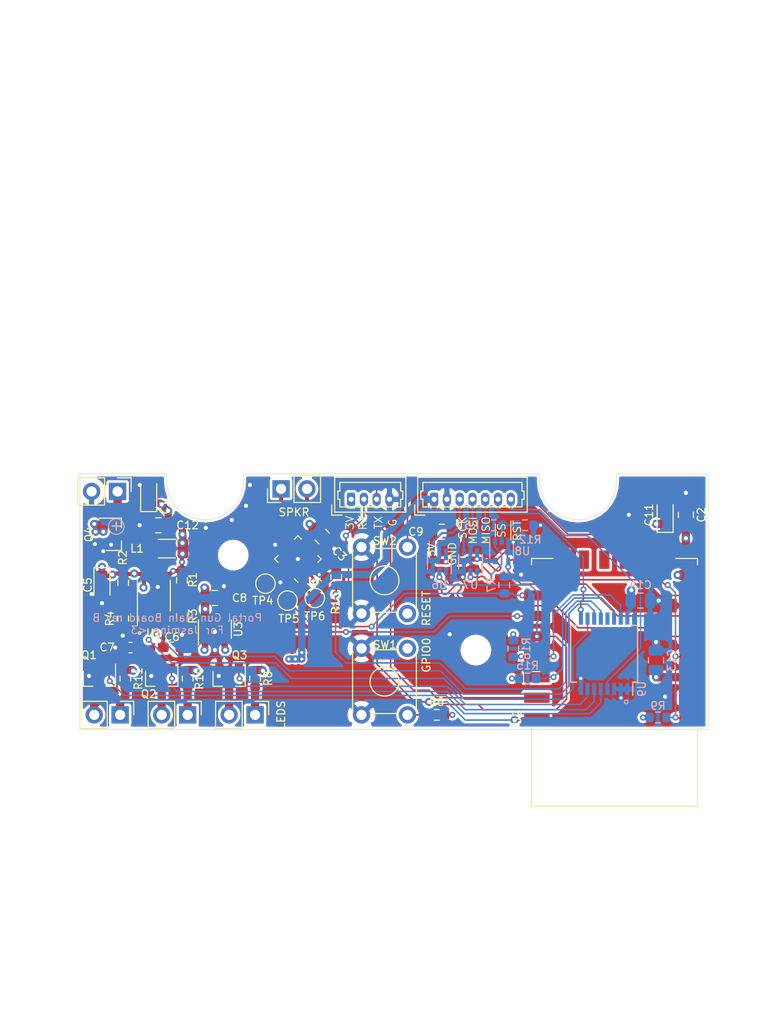
<source format=kicad_pcb>
(kicad_pcb (version 20171130) (host pcbnew 5.1.10-88a1d61d58~88~ubuntu20.04.1)
  (title_block (title "Portal Gun Main Board") (date 2021-06-26) (rev B) (company "Jacob Killelea"))
  (layers (0 F.Cu signal) (1 In1.Cu signal) (2 In2.Cu signal) (31 B.Cu signal) (34 B.Paste user) (35 F.Paste user) (36 B.SilkS user) (37 F.SilkS user) (38 B.Mask user) (39 F.Mask user) (44 Edge.Cuts user))
  (net 0 "")
  (net 1 GND)
  (net 2 VBAT)
  (net 3 +5V)
  (net 4 +3V3)
  (net 5 /ncp_ref)
  (net 6 /ncp_fb)
  (net 7 /ncp_lx)
  (net 8 SPI1_SCK)
  (net 9 SPI1_MOSI)
  (net 10 SPI1_MISO)
  (net 11 "/Audio DAC/AOUT+")
  (net 12 "Net-(U2-Pad2)")
  (net 13 /~rst)
  (net 14 ESP_RXD)
  (net 15 ESP_TXD)
  (net 16 "Net-(J3-Pad2)")
  (net 17 "Net-(J3-Pad1)")
  (net 18 "Net-(J5-Pad2)")
  (net 19 "Net-(J5-Pad1)")
  (net 20 "Net-(J10-Pad2)")
  (net 21 "Net-(J10-Pad1)")
  (net 22 LED1)
  (net 23 LED2)
  (net 24 SDA)
  (net 25 SCL)
  (net 26 "/Audio DAC/AOUT-")
  (net 27 "Net-(U3-Pad4)")
  (net 28 I2S_LRCLK)
  (net 29 I2S_BCLK)
  (net 30 LED3)
  (net 31 ~DISPLAY_RST)
  (net 32 /bat+)
  (net 33 "Net-(R12-Pad2)")
  (net 34 "Net-(SW1-Pad4)")
  (net 35 "Net-(SW2-Pad3)")
  (net 36 ~BUFFER_EN)
  (net 37 "Net-(U2-Pad14)")
  (net 38 "Net-(U2-Pad13)")
  (net 39 "Net-(U2-Pad12)")
  (net 40 "Net-(U2-Pad11)")
  (net 41 "Net-(U2-Pad10)")
  (net 42 "Net-(U2-Pad9)")
  (net 43 "Net-(U9-Pad13)")
  (net 44 ~SPI1_SS)
  (net 45 NCP_LBI_EN)
  (net 46 NCP_LBO)
  (net 47 "/Audio DAC/~SHUTDOWN")
  (net 48 "/Audio DAC/~SD_MODE")
  (net 49 /EXT_MISO)
  (net 50 /EXT_MOSI)
  (net 51 /EXT_SCK)
  (net 52 "Net-(U4-Pad13)")
  (net 53 "Net-(U4-Pad12)")
  (net 54 "Net-(U4-Pad6)")
  (net 55 "Net-(U4-Pad5)")
  (module Package_SO:SSOP-16_5.3x6.2mm_P0.65mm (layer B.Cu) (at 233.807 110.109 90)
    (fp_text reference U9 (at -3.429 3.683 90) (layer B.SilkS) (effects (font (size 0.762 0.762) (thickness 0.127)) (justify mirror)))
    (fp_text value PCA9534)
    (pad 16 smd rect (at 3.45 2.275 90) (size 1.2 0.4) (layers B.Cu B.Paste B.Mask) (net 4 +3V3))
    (pad 15 smd rect (at 3.45 1.625 90) (size 1.2 0.4) (layers B.Cu B.Paste B.Mask) (net 24 SDA))
    (pad 14 smd rect (at 3.45 0.975 90) (size 1.2 0.4) (layers B.Cu B.Paste B.Mask) (net 25 SCL))
    (pad 13 smd rect (at 3.45 0.325 90) (size 1.2 0.4) (layers B.Cu B.Paste B.Mask) (net 43 "Net-(U9-Pad13)"))
    (pad 12 smd rect (at 3.45 -0.325 90) (size 1.2 0.4) (layers B.Cu B.Paste B.Mask) (net 47 "/Audio DAC/~SHUTDOWN"))
    (pad 11 smd rect (at 3.45 -0.975 90) (size 1.2 0.4) (layers B.Cu B.Paste B.Mask) (net 46 NCP_LBO))
    (pad 10 smd rect (at 3.45 -1.625 90) (size 1.2 0.4) (layers B.Cu B.Paste B.Mask) (net 45 NCP_LBI_EN))
    (pad 9 smd rect (at 3.45 -2.275 90) (size 1.2 0.4) (layers B.Cu B.Paste B.Mask) (net 44 ~SPI1_SS))
    (pad 8 smd rect (at -3.45 -2.275 90) (size 1.2 0.4) (layers B.Cu B.Paste B.Mask) (net 1 GND))
    (pad 7 smd rect (at -3.45 -1.625 90) (size 1.2 0.4) (layers B.Cu B.Paste B.Mask) (net 30 LED3))
    (pad 6 smd rect (at -3.45 -0.975 90) (size 1.2 0.4) (layers B.Cu B.Paste B.Mask) (net 23 LED2))
    (pad 5 smd rect (at -3.45 -0.325 90) (size 1.2 0.4) (layers B.Cu B.Paste B.Mask) (net 22 LED1))
    (pad 4 smd rect (at -3.45 0.325 90) (size 1.2 0.4) (layers B.Cu B.Paste B.Mask) (net 31 ~DISPLAY_RST))
    (pad 3 smd rect (at -3.45 0.975 90) (size 1.2 0.4) (layers B.Cu B.Paste B.Mask) (net 1 GND))
    (pad 2 smd rect (at -3.45 1.625 90) (size 1.2 0.4) (layers B.Cu B.Paste B.Mask) (net 1 GND))
    (pad 1 smd rect (at -3.45 2.275 90) (size 1.2 0.4) (layers B.Cu B.Paste B.Mask) (net 1 GND))
  )
  (module Resistor_SMD:R_0603_1608Metric (layer F.Cu) (at 207.5815 102.616 270)
    (fp_text reference R13 (at 2.54 0.0635 90) (layer F.SilkS) (effects (font (size 0.762 0.762) (thickness 0.127))))
    (fp_text value 634kR)
    (pad 2 smd roundrect (at 0.825 0 270) (size 0.8 0.95) (layers F.Cu F.Paste F.Mask) (net 47 "/Audio DAC/~SHUTDOWN"))
    (pad 1 smd roundrect (at -0.825 0 270) (size 0.8 0.95) (layers F.Cu F.Paste F.Mask) (net 48 "/Audio DAC/~SD_MODE"))
  )
  (module Package_DFN_QFN:TQFN-16-1EP_3x3mm_P0.5mm_EP1.23x1.23mm (layer F.Cu) (at 203.835 100.838 135)
    (fp_text reference U4 (at -2.783879 -0.449013 45) (layer F.SilkS) (effects (font (size 0.762 0.762) (thickness 0.127))))
    (fp_text value MAX98357AETE)
    (pad 17 smd rect (at 0 0 135) (size 1.23 1.23) (layers F.Cu F.Mask) (net 1 GND))
    (pad 16 smd roundrect (at -0.75 -1.4375 135) (size 0.25 0.825) (layers F.Cu F.Paste F.Mask) (net 29 I2S_BCLK))
    (pad 15 smd roundrect (at -0.25 -1.4375 135) (size 0.25 0.825) (layers F.Cu F.Paste F.Mask) (net 1 GND))
    (pad 14 smd roundrect (at 0.25 -1.4375 135) (size 0.25 0.825) (layers F.Cu F.Paste F.Mask) (net 28 I2S_LRCLK))
    (pad 13 smd roundrect (at 0.75 -1.4375 135) (size 0.25 0.825) (layers F.Cu F.Paste F.Mask) (net 52 "Net-(U4-Pad13)"))
    (pad 12 smd roundrect (at 1.4375 -0.75 135) (size 0.825 0.25) (layers F.Cu F.Paste F.Mask) (net 53 "Net-(U4-Pad12)"))
    (pad 11 smd roundrect (at 1.4375 -0.25 135) (size 0.825 0.25) (layers F.Cu F.Paste F.Mask) (net 1 GND))
    (pad 10 smd roundrect (at 1.4375 0.25 135) (size 0.825 0.25) (layers F.Cu F.Paste F.Mask) (net 11 "/Audio DAC/AOUT+"))
    (pad 9 smd roundrect (at 1.4375 0.75 135) (size 0.825 0.25) (layers F.Cu F.Paste F.Mask) (net 26 "/Audio DAC/AOUT-"))
    (pad 8 smd roundrect (at 0.75 1.4375 135) (size 0.25 0.825) (layers F.Cu F.Paste F.Mask) (net 4 +3V3))
    (pad 7 smd roundrect (at 0.25 1.4375 135) (size 0.25 0.825) (layers F.Cu F.Paste F.Mask) (net 4 +3V3))
    (pad 6 smd roundrect (at -0.25 1.4375 135) (size 0.25 0.825) (layers F.Cu F.Paste F.Mask) (net 54 "Net-(U4-Pad6)"))
    (pad 5 smd roundrect (at -0.75 1.4375 135) (size 0.25 0.825) (layers F.Cu F.Paste F.Mask) (net 55 "Net-(U4-Pad5)"))
    (pad 4 smd roundrect (at -1.4375 0.75 135) (size 0.825 0.25) (layers F.Cu F.Paste F.Mask) (net 48 "/Audio DAC/~SD_MODE"))
    (pad 3 smd roundrect (at -1.4375 0.25 135) (size 0.825 0.25) (layers F.Cu F.Paste F.Mask) (net 1 GND))
    (pad 2 smd roundrect (at -1.4375 -0.25 135) (size 0.825 0.25) (layers F.Cu F.Paste F.Mask) (net 4 +3V3))
    (pad 1 smd roundrect (at -1.4375 -0.75 135) (size 0.825 0.25) (layers F.Cu F.Paste F.Mask) (net 14 ESP_RXD))
  )
  (module Connector_PinHeader_2.54mm:PinHeader_1x02_P2.54mm_Vertical (layer F.Cu) (at 193.04 116.078 270)
    (fp_text reference J5 hide)
    (fp_text value Conn_01x02_Male hide)
    (pad 2 thru_hole oval (at 0 2.54 270) (size 1.7 1.7) (drill 1) (layers *.Cu *.Mask) (net 18 "Net-(J5-Pad2)"))
    (pad 1 thru_hole rect (at 0 0 270) (size 1.7 1.7) (drill 1) (layers *.Cu *.Mask) (net 19 "Net-(J5-Pad1)"))
  )
  (module Connector_PinHeader_2.54mm:PinHeader_1x02_P2.54mm_Vertical (layer F.Cu) (at 186.436 116.078 270)
    (fp_text reference J10 hide)
    (fp_text value Conn_01x02_Male hide)
    (pad 2 thru_hole oval (at 0 2.54 270) (size 1.7 1.7) (drill 1) (layers *.Cu *.Mask) (net 20 "Net-(J10-Pad2)"))
    (pad 1 thru_hole rect (at 0 0 270) (size 1.7 1.7) (drill 1) (layers *.Cu *.Mask) (net 21 "Net-(J10-Pad1)"))
  )
  (module Connector_PinHeader_2.54mm:PinHeader_1x02_P2.54mm_Vertical (layer F.Cu) (at 202.184 93.98 90)
    (fp_text reference J4 hide)
    (fp_text value Conn_01x02_Male hide)
    (pad 2 thru_hole oval (at 0 2.54 90) (size 1.7 1.7) (drill 1) (layers *.Cu *.Mask) (net 26 "/Audio DAC/AOUT-"))
    (pad 1 thru_hole rect (at 0 0 90) (size 1.7 1.7) (drill 1) (layers *.Cu *.Mask) (net 11 "/Audio DAC/AOUT+"))
  )
  (module Connector_PinHeader_2.54mm:PinHeader_1x02_P2.54mm_Vertical (layer F.Cu) (at 199.644 116.078 270)
    (fp_text reference J3 hide)
    (fp_text value Conn_01x02_Male hide)
    (pad 2 thru_hole oval (at 0 2.54 270) (size 1.7 1.7) (drill 1) (layers *.Cu *.Mask) (net 16 "Net-(J3-Pad2)"))
    (pad 1 thru_hole rect (at 0 0 270) (size 1.7 1.7) (drill 1) (layers *.Cu *.Mask) (net 17 "Net-(J3-Pad1)"))
  )
  (module Connector_PinHeader_2.54mm:PinHeader_1x02_P2.54mm_Vertical (layer F.Cu) (at 186.182 94.234 270)
    (fp_text reference J1 hide)
    (fp_text value Conn_01x02_Male hide)
    (pad 2 thru_hole oval (at 0 2.54 270) (size 1.7 1.7) (drill 1) (layers *.Cu *.Mask) (net 1 GND))
    (pad 1 thru_hole rect (at 0 0 270) (size 1.7 1.7) (drill 1) (layers *.Cu *.Mask) (net 32 /bat+))
  )
  (module Capacitor_SMD:C_0805_2012Metric (layer B.Cu) (at 237.363 104.902)
    (fp_text reference C14 (at 0 -1.524) (layer B.SilkS) (effects (font (size 0.762 0.762) (thickness 0.127)) (justify mirror)))
    (fp_text value 1uF)
    (pad 2 smd roundrect (at 0.95 0) (size 1 1.45) (layers B.Cu B.Paste B.Mask) (net 1 GND))
    (pad 1 smd roundrect (at -0.95 0) (size 1 1.45) (layers B.Cu B.Paste B.Mask) (net 4 +3V3))
  )
  (module RF_Module:ESP-12E (layer F.Cu) (at 234.823 112.903 180)
    (fp_text reference U2 (at 9.525 -3.429 90) (layer F.SilkS) (effects (font (size 0.762 0.762) (thickness 0.127))))
    (fp_text value ESP-12F)
    (pad 22 smd rect (at 7.6 -3.5 180) (size 2.5 1) (layers F.Cu F.Paste F.Mask) (net 15 ESP_TXD))
    (pad 21 smd rect (at 7.6 -1.5 180) (size 2.5 1) (layers F.Cu F.Paste F.Mask) (net 14 ESP_RXD))
    (pad 20 smd rect (at 7.6 0.5 180) (size 2.5 1) (layers F.Cu F.Paste F.Mask) (net 25 SCL))
    (pad 19 smd rect (at 7.6 2.5 180) (size 2.5 1) (layers F.Cu F.Paste F.Mask) (net 24 SDA))
    (pad 18 smd rect (at 7.6 4.5 180) (size 2.5 1) (layers F.Cu F.Paste F.Mask) (net 36 ~BUFFER_EN))
    (pad 17 smd rect (at 7.6 6.5 180) (size 2.5 1) (layers F.Cu F.Paste F.Mask) (net 28 I2S_LRCLK))
    (pad 16 smd rect (at 7.6 8.5 180) (size 2.5 1) (layers F.Cu F.Paste F.Mask) (net 29 I2S_BCLK))
    (pad 15 smd rect (at 7.6 10.5 180) (size 2.5 1) (layers F.Cu F.Paste F.Mask) (net 1 GND))
    (pad 14 smd rect (at 5 12 180) (size 1 1.8) (layers F.Cu F.Paste F.Mask) (net 37 "Net-(U2-Pad14)"))
    (pad 13 smd rect (at 3 12 180) (size 1 1.8) (layers F.Cu F.Paste F.Mask) (net 38 "Net-(U2-Pad13)"))
    (pad 12 smd rect (at 1 12 180) (size 1 1.8) (layers F.Cu F.Paste F.Mask) (net 39 "Net-(U2-Pad12)"))
    (pad 11 smd rect (at -1 12 180) (size 1 1.8) (layers F.Cu F.Paste F.Mask) (net 40 "Net-(U2-Pad11)"))
    (pad 10 smd rect (at -3 12 180) (size 1 1.8) (layers F.Cu F.Paste F.Mask) (net 41 "Net-(U2-Pad10)"))
    (pad 9 smd rect (at -5 12 180) (size 1 1.8) (layers F.Cu F.Paste F.Mask) (net 42 "Net-(U2-Pad9)"))
    (pad 8 smd rect (at -7.6 10.5 180) (size 2.5 1) (layers F.Cu F.Paste F.Mask) (net 4 +3V3))
    (pad 7 smd rect (at -7.6 8.5 180) (size 2.5 1) (layers F.Cu F.Paste F.Mask) (net 9 SPI1_MOSI))
    (pad 6 smd rect (at -7.6 6.5 180) (size 2.5 1) (layers F.Cu F.Paste F.Mask) (net 10 SPI1_MISO))
    (pad 5 smd rect (at -7.6 4.5 180) (size 2.5 1) (layers F.Cu F.Paste F.Mask) (net 8 SPI1_SCK))
    (pad 4 smd rect (at -7.6 2.5 180) (size 2.5 1) (layers F.Cu F.Paste F.Mask) (net 13 /~rst))
    (pad 3 smd rect (at -7.6 0.5 180) (size 2.5 1) (layers F.Cu F.Paste F.Mask) (net 4 +3V3))
    (pad 2 smd rect (at -7.6 -1.5 180) (size 2.5 1) (layers F.Cu F.Paste F.Mask) (net 12 "Net-(U2-Pad2)"))
    (pad 1 smd rect (at -7.6 -3.5 180) (size 2.5 1) (layers F.Cu F.Paste F.Mask) (net 13 /~rst))
  )
  (module Capacitor_SMD:C_0805_2012Metric (layer B.Cu) (at 238.887 110.744 90)
    (fp_text reference C13 (at 0 1.524 90) (layer B.SilkS) (effects (font (size 0.762 0.762) (thickness 0.127)) (justify mirror)))
    (fp_text value 1uF)
    (pad 2 smd roundrect (at 0.95 0 90) (size 1 1.45) (layers B.Cu B.Paste B.Mask) (net 1 GND))
    (pad 1 smd roundrect (at -0.95 0 90) (size 1 1.45) (layers B.Cu B.Paste B.Mask) (net 4 +3V3))
  )
  (module TestPoint:TestPoint_Pad_D1.5mm (layer F.Cu) (at 205.486 104.648)
    (fp_text reference TP6 (at 0 1.778 180) (layer F.SilkS) (effects (font (size 0.762 0.762) (thickness 0.127))))
    (fp_text value I2S_DIN_TP)
    (pad 1 smd circle (at 0 0) (size 1.5 1.5) (layers F.Cu F.Mask) (net 14 ESP_RXD))
  )
  (module TestPoint:TestPoint_Pad_D1.5mm (layer F.Cu) (at 202.819 104.902)
    (fp_text reference TP5 (at 0.127 1.778) (layer F.SilkS) (effects (font (size 0.762 0.762) (thickness 0.127))))
    (fp_text value I2S_BCLK_TP)
    (pad 1 smd circle (at 0 0) (size 1.5 1.5) (layers F.Cu F.Mask) (net 29 I2S_BCLK))
  )
  (module TestPoint:TestPoint_Pad_D1.5mm (layer F.Cu) (at 200.66 103.251)
    (fp_text reference TP4 (at -0.254 1.651) (layer F.SilkS) (effects (font (size 0.762 0.762) (thickness 0.127))))
    (fp_text value I2S_LRCIN_TP)
    (pad 1 smd circle (at 0 0) (size 1.5 1.5) (layers F.Cu F.Mask) (net 28 I2S_LRCLK))
  )
  (module Capacitor_SMD:C_0805_2012Metric (layer F.Cu) (at 190.18 97.536 180)
    (fp_text reference C12 (at -2.86 0) (layer F.SilkS) (effects (font (size 0.762 0.762) (thickness 0.127))))
    (fp_text value 1uF)
    (pad 2 smd roundrect (at 0.95 0 180) (size 1 1.45) (layers F.Cu F.Paste F.Mask) (net 1 GND))
    (pad 1 smd roundrect (at -0.95 0 180) (size 1 1.45) (layers F.Cu F.Paste F.Mask) (net 2 VBAT))
  )
  (module Package_TO_SOT_SMD:SOT-23 (layer F.Cu) (at 185.801 98.425)
    (fp_text reference Q4 (at -2.413 0 270) (layer F.SilkS) (effects (font (size 0.762 0.762) (thickness 0.127))))
    (fp_text value Q_PMOS_DGS)
    (pad 3 smd rect (at 1 0) (size 0.9 0.8) (layers F.Cu F.Paste F.Mask) (net 32 /bat+))
    (pad 2 smd rect (at -1 0.95) (size 0.9 0.8) (layers F.Cu F.Paste F.Mask) (net 1 GND))
    (pad 1 smd rect (at -1 -0.95) (size 0.9 0.8) (layers F.Cu F.Paste F.Mask) (net 2 VBAT))
  )
  (module Resistor_SMD:R_0603_1608Metric (layer B.Cu) (at 226.06 97.536 180)
    (fp_text reference R12 (at -0.508 -1.397) (layer B.SilkS) (effects (font (size 0.762 0.762) (thickness 0.127)) (justify mirror)))
    (fp_text value 10k)
    (pad 2 smd roundrect (at 0.825 0 180) (size 0.8 0.95) (layers B.Cu B.Paste B.Mask) (net 33 "Net-(R12-Pad2)"))
    (pad 1 smd roundrect (at -0.825 0 180) (size 0.8 0.95) (layers B.Cu B.Paste B.Mask) (net 1 GND))
  )
  (module Resistor_SMD:R_0603_1608Metric (layer B.Cu) (at 224.028 103.378 270)
    (fp_text reference R7 (at 0 1.27 90) (layer B.SilkS) (effects (font (size 0.762 0.762) (thickness 0.127)) (justify mirror)))
    (fp_text value 10k)
    (pad 2 smd roundrect (at 0.825 0 270) (size 0.8 0.95) (layers B.Cu B.Paste B.Mask) (net 29 I2S_BCLK))
    (pad 1 smd roundrect (at -0.825 0 270) (size 0.8 0.95) (layers B.Cu B.Paste B.Mask) (net 1 GND))
  )
  (module Capacitor_SMD:C_0805_2012Metric (layer F.Cu) (at 217.932 98.171)
    (fp_text reference C9 (at -2.54 0) (layer F.SilkS) (effects (font (size 0.762 0.762) (thickness 0.127))))
    (fp_text value 1uF)
    (pad 2 smd roundrect (at 0.95 0) (size 1 1.45) (layers F.Cu F.Paste F.Mask) (net 1 GND))
    (pad 1 smd roundrect (at -0.95 0) (size 1 1.45) (layers F.Cu F.Paste F.Mask) (net 3 +5V))
  )
  (module Capacitor_SMD:C_0805_2012Metric (layer F.Cu) (at 195.707 104.648)
    (fp_text reference C8 (at 2.413 0) (layer F.SilkS) (effects (font (size 0.762 0.762) (thickness 0.127))))
    (fp_text value 1uF)
    (pad 2 smd roundrect (at 0.95 0) (size 1 1.45) (layers F.Cu F.Paste F.Mask) (net 1 GND))
    (pad 1 smd roundrect (at -0.95 0) (size 1 1.45) (layers F.Cu F.Paste F.Mask) (net 4 +3V3))
  )
  (module Capacitor_SMD:C_0805_2012Metric (layer F.Cu) (at 206.211249 98.642249 315)
    (fp_text reference C3 (at 2.38684 0 315) (layer F.SilkS) (effects (font (size 0.762 0.762) (thickness 0.127))))
    (fp_text value 1uF)
    (pad 2 smd roundrect (at 0.95 0 315) (size 1 1.45) (layers F.Cu F.Paste F.Mask) (net 1 GND))
    (pad 1 smd roundrect (at -0.95 0 315) (size 1 1.45) (layers F.Cu F.Paste F.Mask) (net 4 +3V3))
  )
  (module Capacitor_Tantalum_SMD:CP_EIA-2012-15_AVX-P (layer F.Cu) (at 239.776 96.52 90)
    (fp_text reference C11 (at 0 -1.58 270) (layer F.SilkS) (effects (font (size 0.762 0.762) (thickness 0.127))))
    (fp_text value 10uF)
    (pad 2 smd roundrect (at 0.8875 0 90) (size 1.125 1.05) (layers F.Cu F.Paste F.Mask) (roundrect_rratio 0.2380942857142857) (net 1 GND))
    (pad 1 smd roundrect (at -0.8875 0 90) (size 1.125 1.05) (layers F.Cu F.Paste F.Mask) (roundrect_rratio 0.2380942857142857) (net 4 +3V3))
  )
  (module Button_Switch_THT:SW_TH_Tactile_Omron_B3F-10xx (layer F.Cu) (at 210.058 116.078 90)
    (fp_text reference SW1 (at 6.858 2.286 180) (layer F.SilkS) (effects (font (size 0.762 0.762) (thickness 0.127))))
    (fp_text value SW_MEC_5E)
    (pad 1 thru_hole circle (at 0 0 90) (size 1.7 1.7) (drill 1) (layers *.Cu *.Mask) (net 1 GND))
    (pad 2 thru_hole circle (at 6.5 0 90) (size 1.7 1.7) (drill 1) (layers *.Cu *.Mask) (net 1 GND))
    (pad 3 thru_hole circle (at 0 4.5 90) (size 1.7 1.7) (drill 1) (layers *.Cu *.Mask) (net 36 ~BUFFER_EN))
    (pad 4 thru_hole circle (at 6.5 4.5 90) (size 1.7 1.7) (drill 1) (layers *.Cu *.Mask) (net 34 "Net-(SW1-Pad4)"))
  )
  (module Resistor_SMD:R_0603_1608Metric (layer F.Cu) (at 217.424 116.078)
    (fp_text reference R6 (at 0 -1.27) (layer F.SilkS) (effects (font (size 0.762 0.762) (thickness 0.127))))
    (fp_text value 10k)
    (pad 2 smd roundrect (at 0.825 0) (size 0.8 0.95) (layers F.Cu F.Paste F.Mask) (net 4 +3V3))
    (pad 1 smd roundrect (at -0.825 0) (size 0.8 0.95) (layers F.Cu F.Paste F.Mask) (net 36 ~BUFFER_EN))
  )
  (module Resistor_SMD:R_0603_1608Metric (layer B.Cu) (at 239.077 116.332)
    (fp_text reference R9 (at 0 -1.143) (layer B.SilkS) (effects (font (size 0.762 0.762) (thickness 0.127)) (justify mirror)))
    (fp_text value 10k)
    (pad 2 smd roundrect (at 0.825 0) (size 0.8 0.95) (layers B.Cu B.Paste B.Mask) (net 13 /~rst))
    (pad 1 smd roundrect (at -0.825 0) (size 0.8 0.95) (layers B.Cu B.Paste B.Mask) (net 4 +3V3))
  )
  (module Package_TO_SOT_SMD:SOT-23 (layer F.Cu) (at 197.104 112.522 270)
    (fp_text reference Q3 (at -2.286 -1.016) (layer F.SilkS) (effects (font (size 0.762 0.762) (thickness 0.127))))
    (fp_text value BS316N)
    (pad 3 smd rect (at 1 0 270) (size 0.9 0.8) (layers F.Cu F.Paste F.Mask) (net 16 "Net-(J3-Pad2)"))
    (pad 2 smd rect (at -1 0.95 270) (size 0.9 0.8) (layers F.Cu F.Paste F.Mask) (net 1 GND))
    (pad 1 smd rect (at -1 -0.95 270) (size 0.9 0.8) (layers F.Cu F.Paste F.Mask) (net 30 LED3))
  )
  (module Package_TO_SOT_SMD:SOT-23 (layer F.Cu) (at 190.5 112.522 270)
    (fp_text reference Q2 (at 1.524 1.27) (layer F.SilkS) (effects (font (size 0.762 0.762) (thickness 0.127))))
    (fp_text value BS316N)
    (pad 3 smd rect (at 1 0 270) (size 0.9 0.8) (layers F.Cu F.Paste F.Mask) (net 18 "Net-(J5-Pad2)"))
    (pad 2 smd rect (at -1 0.95 270) (size 0.9 0.8) (layers F.Cu F.Paste F.Mask) (net 1 GND))
    (pad 1 smd rect (at -1 -0.95 270) (size 0.9 0.8) (layers F.Cu F.Paste F.Mask) (net 23 LED2))
  )
  (module Package_TO_SOT_SMD:SOT-23 (layer F.Cu) (at 184.404 112.522 270)
    (fp_text reference Q1 (at -2.286 1.016) (layer F.SilkS) (effects (font (size 0.762 0.762) (thickness 0.127))))
    (fp_text value BS316N)
    (pad 3 smd rect (at 1 0 270) (size 0.9 0.8) (layers F.Cu F.Paste F.Mask) (net 20 "Net-(J10-Pad2)"))
    (pad 2 smd rect (at -1 0.95 270) (size 0.9 0.8) (layers F.Cu F.Paste F.Mask) (net 1 GND))
    (pad 1 smd rect (at -1 -0.95 270) (size 0.9 0.8) (layers F.Cu F.Paste F.Mask) (net 22 LED1))
  )
  (module Button_Switch_THT:SW_TH_Tactile_Omron_B3F-10xx (layer F.Cu) (at 210.058 106.172 90)
    (fp_text reference SW2 (at 7.112 2.286 180) (layer F.SilkS) (effects (font (size 0.762 0.762) (thickness 0.127))))
    (fp_text value SW_MEC_5E)
    (pad 1 thru_hole circle (at 0 0 90) (size 1.7 1.7) (drill 1) (layers *.Cu *.Mask) (net 1 GND))
    (pad 2 thru_hole circle (at 6.5 0 90) (size 1.7 1.7) (drill 1) (layers *.Cu *.Mask) (net 1 GND))
    (pad 3 thru_hole circle (at 0 4.5 90) (size 1.7 1.7) (drill 1) (layers *.Cu *.Mask) (net 35 "Net-(SW2-Pad3)"))
    (pad 4 thru_hole circle (at 6.5 4.5 90) (size 1.7 1.7) (drill 1) (layers *.Cu *.Mask) (net 13 /~rst))
  )
  (module Connector_Molex:Molex_PicoBlade_53047-0710_1x07_P1.25mm_Vertical (layer F.Cu) (at 217.17 94.996)
    (fp_text reference J2 hide)
    (fp_text value Conn_01x07_Male hide)
    (pad 7 thru_hole oval (at 7.5 0) (size 0.8 1.3) (drill 0.5) (layers *.Cu *.Mask) (net 31 ~DISPLAY_RST))
    (pad 6 thru_hole oval (at 6.25 0) (size 0.8 1.3) (drill 0.5) (layers *.Cu *.Mask) (net 44 ~SPI1_SS))
    (pad 5 thru_hole oval (at 5 0) (size 0.8 1.3) (drill 0.5) (layers *.Cu *.Mask) (net 49 /EXT_MISO))
    (pad 4 thru_hole oval (at 3.75 0) (size 0.8 1.3) (drill 0.5) (layers *.Cu *.Mask) (net 50 /EXT_MOSI))
    (pad 3 thru_hole oval (at 2.5 0) (size 0.8 1.3) (drill 0.5) (layers *.Cu *.Mask) (net 51 /EXT_SCK))
    (pad 2 thru_hole oval (at 1.25 0) (size 0.8 1.3) (drill 0.5) (layers *.Cu *.Mask) (net 1 GND))
    (pad 1 thru_hole roundrect (at 0 0) (size 0.8 1.3) (drill 0.5) (layers *.Cu *.Mask) (net 3 +5V))
  )
  (module Resistor_SMD:R_0603_1608Metric (layer B.Cu) (at 223.012 97.536)
    (fp_text reference R5 (at -2.159 0) (layer B.SilkS) (effects (font (size 0.762 0.762) (thickness 0.127)) (justify mirror)))
    (fp_text value 1k)
    (pad 2 smd roundrect (at 0.825 0) (size 0.8 0.95) (layers B.Cu B.Paste B.Mask) (net 33 "Net-(R12-Pad2)"))
    (pad 1 smd roundrect (at -0.825 0) (size 0.8 0.95) (layers B.Cu B.Paste B.Mask) (net 49 /EXT_MISO))
  )
  (module Package_TO_SOT_SMD:SOT-353_SC-70-5 (layer B.Cu) (at 223.774 100.076 270)
    (fp_text reference U8 (at 0 -2.032) (layer B.SilkS) (effects (font (size 0.762 0.762) (thickness 0.127)) (justify mirror)))
    (fp_text value 74AHC1G125)
    (pad 5 smd rect (at 0.95 0.65 270) (size 0.65 0.4) (layers B.Cu B.Paste B.Mask) (net 3 +5V))
    (pad 4 smd rect (at 0.95 -0.65 270) (size 0.65 0.4) (layers B.Cu B.Paste B.Mask) (net 10 SPI1_MISO))
    (pad 2 smd rect (at -0.95 0 270) (size 0.65 0.4) (layers B.Cu B.Paste B.Mask) (net 33 "Net-(R12-Pad2)"))
    (pad 3 smd rect (at -0.95 -0.65 270) (size 0.65 0.4) (layers B.Cu B.Paste B.Mask) (net 1 GND))
    (pad 1 smd rect (at -0.95 0.65 270) (size 0.65 0.4) (layers B.Cu B.Paste B.Mask) (net 36 ~BUFFER_EN))
  )
  (module Package_TO_SOT_SMD:SOT-353_SC-70-5 (layer B.Cu) (at 220.726 101.092 90)
    (fp_text reference U7 (at -2.286 0) (layer B.SilkS) (effects (font (size 0.762 0.762) (thickness 0.127)) (justify mirror)))
    (fp_text value 74AHC1G125)
    (pad 5 smd rect (at 0.95 0.65 90) (size 0.65 0.4) (layers B.Cu B.Paste B.Mask) (net 3 +5V))
    (pad 4 smd rect (at 0.95 -0.65 90) (size 0.65 0.4) (layers B.Cu B.Paste B.Mask) (net 50 /EXT_MOSI))
    (pad 2 smd rect (at -0.95 0 90) (size 0.65 0.4) (layers B.Cu B.Paste B.Mask) (net 9 SPI1_MOSI))
    (pad 3 smd rect (at -0.95 -0.65 90) (size 0.65 0.4) (layers B.Cu B.Paste B.Mask) (net 1 GND))
    (pad 1 smd rect (at -0.95 0.65 90) (size 0.65 0.4) (layers B.Cu B.Paste B.Mask) (net 36 ~BUFFER_EN))
  )
  (module Package_TO_SOT_SMD:SOT-353_SC-70-5 (layer B.Cu) (at 217.678 101.092 90)
    (fp_text reference U6 (at -2.286 0) (layer B.SilkS) (effects (font (size 0.762 0.762) (thickness 0.127)) (justify mirror)))
    (fp_text value 74AHC1G125)
    (pad 5 smd rect (at 0.95 0.65 90) (size 0.65 0.4) (layers B.Cu B.Paste B.Mask) (net 3 +5V))
    (pad 4 smd rect (at 0.95 -0.65 90) (size 0.65 0.4) (layers B.Cu B.Paste B.Mask) (net 51 /EXT_SCK))
    (pad 2 smd rect (at -0.95 0 90) (size 0.65 0.4) (layers B.Cu B.Paste B.Mask) (net 8 SPI1_SCK))
    (pad 3 smd rect (at -0.95 -0.65 90) (size 0.65 0.4) (layers B.Cu B.Paste B.Mask) (net 1 GND))
    (pad 1 smd rect (at -0.95 0.65 90) (size 0.65 0.4) (layers B.Cu B.Paste B.Mask) (net 36 ~BUFFER_EN))
  )
  (module Package_TO_SOT_SMD:SOT-23-5 (layer F.Cu) (at 195.707 107.696 90)
    (fp_text reference U3 (at 0 2.286 90) (layer F.SilkS) (effects (font (size 0.762 0.762) (thickness 0.127))))
    (fp_text value MIC5504-3.3YM5)
    (pad 5 smd rect (at 1.1 -0.95 90) (size 1.06 0.65) (layers F.Cu F.Paste F.Mask) (net 4 +3V3))
    (pad 4 smd rect (at 1.1 0.95 90) (size 1.06 0.65) (layers F.Cu F.Paste F.Mask) (net 27 "Net-(U3-Pad4)"))
    (pad 3 smd rect (at -1.1 0.95 90) (size 1.06 0.65) (layers F.Cu F.Paste F.Mask) (net 3 +5V))
    (pad 2 smd rect (at -1.1 0 90) (size 1.06 0.65) (layers F.Cu F.Paste F.Mask) (net 1 GND))
    (pad 1 smd rect (at -1.1 -0.95 90) (size 1.06 0.65) (layers F.Cu F.Paste F.Mask) (net 3 +5V))
  )
  (module Resistor_SMD:R_0603_1608Metric (layer B.Cu) (at 224.917 109.601 90)
    (fp_text reference R16 (at 0 1.27 270) (layer B.SilkS) (effects (font (size 0.762 0.762) (thickness 0.127)) (justify mirror)))
    (fp_text value 10k)
    (pad 2 smd roundrect (at 0.825 0 90) (size 0.8 0.95) (layers B.Cu B.Paste B.Mask) (net 4 +3V3))
    (pad 1 smd roundrect (at -0.825 0 90) (size 0.8 0.95) (layers B.Cu B.Paste B.Mask) (net 24 SDA))
  )
  (module Resistor_SMD:R_0603_1608Metric (layer B.Cu) (at 226.314 112.522)
    (fp_text reference R15 (at 0 -1.27) (layer B.SilkS) (effects (font (size 0.762 0.762) (thickness 0.127)) (justify mirror)))
    (fp_text value 10k)
    (pad 2 smd roundrect (at 0.825 0) (size 0.8 0.95) (layers B.Cu B.Paste B.Mask) (net 25 SCL))
    (pad 1 smd roundrect (at -0.825 0) (size 0.8 0.95) (layers B.Cu B.Paste B.Mask) (net 4 +3V3))
  )
  (module Capacitor_SMD:C_0805_2012Metric (layer F.Cu) (at 241.808 96.52 90)
    (fp_text reference C2 (at 0 1.524 90) (layer F.SilkS) (effects (font (size 0.762 0.762) (thickness 0.127))))
    (fp_text value 1uF)
    (pad 2 smd roundrect (at 0.95 0 90) (size 1 1.45) (layers F.Cu F.Paste F.Mask) (net 1 GND))
    (pad 1 smd roundrect (at -0.95 0 90) (size 1 1.45) (layers F.Cu F.Paste F.Mask) (net 4 +3V3))
  )
  (module Connector_Molex:Molex_PicoBlade_53047-0410_1x04_P1.25mm_Vertical (layer F.Cu) (at 209.042 94.996)
    (fp_text reference J9 hide)
    (fp_text value Conn_01x04_Female hide)
    (pad 4 thru_hole oval (at 3.75 0) (size 0.8 1.3) (drill 0.5) (layers *.Cu *.Mask) (net 1 GND))
    (pad 3 thru_hole oval (at 2.5 0) (size 0.8 1.3) (drill 0.5) (layers *.Cu *.Mask) (net 15 ESP_TXD))
    (pad 2 thru_hole oval (at 1.25 0) (size 0.8 1.3) (drill 0.5) (layers *.Cu *.Mask) (net 14 ESP_RXD))
    (pad 1 thru_hole roundrect (at 0 0) (size 0.8 1.3) (drill 0.5) (layers *.Cu *.Mask) (net 4 +3V3))
  )
  (module MountingHole:MountingHole_2.5mm (layer F.Cu) (at 221.25 109.7419)
    (fp_text reference H2 hide)
    (fp_text value MountingHole hide)
    (pad 1 np_thru_hole circle (at 0 0) (size 2.5 2.5) (drill 2.5) (layers *.Cu *.Mask))
  )
  (module Resistor_SMD:R_0603_1608Metric (layer F.Cu) (at 186.944 112.522 90)
    (fp_text reference R11 (at -0.008 1.27 270) (layer F.SilkS) (effects (font (size 0.762 0.762) (thickness 0.127))))
    (fp_text value 200)
    (pad 2 smd roundrect (at 0.825 0 90) (size 0.8 0.95) (layers F.Cu F.Paste F.Mask) (net 3 +5V))
    (pad 1 smd roundrect (at -0.825 0 90) (size 0.8 0.95) (layers F.Cu F.Paste F.Mask) (net 21 "Net-(J10-Pad1)"))
  )
  (module Resistor_SMD:R_0603_1608Metric (layer F.Cu) (at 193.04 112.522 90)
    (fp_text reference R10 (at 0 1.143 90) (layer F.SilkS) (effects (font (size 0.762 0.762) (thickness 0.127))))
    (fp_text value 200)
    (pad 2 smd roundrect (at 0.825 0 90) (size 0.8 0.95) (layers F.Cu F.Paste F.Mask) (net 3 +5V))
    (pad 1 smd roundrect (at -0.825 0 90) (size 0.8 0.95) (layers F.Cu F.Paste F.Mask) (net 19 "Net-(J5-Pad1)"))
  )
  (module Resistor_SMD:R_0603_1608Metric (layer F.Cu) (at 199.644 112.522 90)
    (fp_text reference R8 (at 0 1.27 270) (layer F.SilkS) (effects (font (size 0.762 0.762) (thickness 0.127))))
    (fp_text value 200)
    (pad 2 smd roundrect (at 0.825 0 90) (size 0.8 0.95) (layers F.Cu F.Paste F.Mask) (net 3 +5V))
    (pad 1 smd roundrect (at -0.825 0 90) (size 0.8 0.95) (layers F.Cu F.Paste F.Mask) (net 17 "Net-(J3-Pad1)"))
  )
  (module MountingHole:MountingHole_2.5mm (layer F.Cu) (at 197.5 100.4582)
    (fp_text reference H1 hide)
    (fp_text value MountingHole hide)
    (pad 1 np_thru_hole circle (at 0 0) (size 2.5 2.5) (drill 2.5) (layers *.Cu *.Mask))
  )
  (module Package_SO:MSOP-8_3x3mm_P0.65mm (layer F.Cu) (at 189.734 104.416 90)
    (fp_text reference U1 (at -3.661 0.004) (layer F.SilkS) (effects (font (size 0.762 0.762) (thickness 0.127))))
    (fp_text value NCP1421)
    (pad 8 smd roundrect (at 2.1125 -0.975 90) (size 1.625 0.4) (layers F.Cu F.Paste F.Mask) (net 3 +5V))
    (pad 7 smd roundrect (at 2.1125 -0.325 90) (size 1.625 0.4) (layers F.Cu F.Paste F.Mask) (net 7 /ncp_lx))
    (pad 6 smd roundrect (at 2.1125 0.325 90) (size 1.625 0.4) (layers F.Cu F.Paste F.Mask) (net 1 GND))
    (pad 5 smd roundrect (at 2.1125 0.975 90) (size 1.625 0.4) (layers F.Cu F.Paste F.Mask) (net 2 VBAT))
    (pad 4 smd roundrect (at -2.1125 0.975 90) (size 1.625 0.4) (layers F.Cu F.Paste F.Mask) (net 5 /ncp_ref))
    (pad 3 smd roundrect (at -2.1125 0.325 90) (size 1.625 0.4) (layers F.Cu F.Paste F.Mask) (net 46 NCP_LBO))
    (pad 2 smd roundrect (at -2.1125 -0.325 90) (size 1.625 0.4) (layers F.Cu F.Paste F.Mask) (net 45 NCP_LBI_EN))
    (pad 1 smd roundrect (at -2.1125 -0.975 90) (size 1.625 0.4) (layers F.Cu F.Paste F.Mask) (net 6 /ncp_fb))
  )
  (module Resistor_SMD:R_0603_1608Metric_Pad0.98x0.95mm_HandSolder (layer F.Cu) (at 186.734 106.666 270)
    (fp_text reference R4 (at 0 1.314 90) (layer F.SilkS) (effects (font (size 0.762 0.762) (thickness 0.127))))
    (fp_text value 120k)
    (pad 2 smd roundrect (at 0.9125 0 270) (size 0.975 0.95) (layers F.Cu F.Paste F.Mask) (net 1 GND))
    (pad 1 smd roundrect (at -0.9125 0 270) (size 0.975 0.95) (layers F.Cu F.Paste F.Mask) (net 6 /ncp_fb))
  )
  (module Resistor_SMD:R_0603_1608Metric_Pad0.98x0.95mm_HandSolder (layer F.Cu) (at 186.734 103.166 270)
    (fp_text reference R2 (at -2.455 0.044 90) (layer F.SilkS) (effects (font (size 0.762 0.762) (thickness 0.127))))
    (fp_text value 383k)
    (pad 2 smd roundrect (at 0.9125 0 270) (size 0.975 0.95) (layers F.Cu F.Paste F.Mask) (net 6 /ncp_fb))
    (pad 1 smd roundrect (at -0.9125 0 270) (size 0.975 0.95) (layers F.Cu F.Paste F.Mask) (net 3 +5V))
  )
  (module Resistor_SMD:R_0603_1608Metric_Pad0.98x0.95mm_HandSolder (layer F.Cu) (at 192.484 102.916 270)
    (fp_text reference R1 (at -0.046 -1.064 90) (layer F.SilkS) (effects (font (size 0.762 0.762) (thickness 0.127))))
    (fp_text value 56k)
    (pad 2 smd roundrect (at 0.9125 0 270) (size 0.975 0.95) (layers F.Cu F.Paste F.Mask) (net 45 NCP_LBI_EN))
    (pad 1 smd roundrect (at -0.9125 0 270) (size 0.975 0.95) (layers F.Cu F.Paste F.Mask) (net 2 VBAT))
  )
  (module Inductor_SMD:L_1206_3216Metric (layer F.Cu) (at 191.008 99.822 180)
    (fp_text reference L1 (at 2.921 0) (layer F.SilkS) (effects (font (size 0.762 0.762) (thickness 0.127))))
    (fp_text value 10uH)
    (pad 2 smd roundrect (at 1.575 0 180) (size 1.05 1.9) (layers F.Cu F.Paste F.Mask) (roundrect_rratio 0.2380942857142857) (net 7 /ncp_lx))
    (pad 1 smd roundrect (at -1.575 0 180) (size 1.05 1.9) (layers F.Cu F.Paste F.Mask) (roundrect_rratio 0.2380942857142857) (net 2 VBAT))
  )
  (module Capacitor_SMD:C_0603_1608Metric_Pad1.08x0.95mm_HandSolder (layer F.Cu) (at 187.452 109.5 180)
    (fp_text reference C7 (at 2.286 0.026) (layer F.SilkS) (effects (font (size 0.762 0.762) (thickness 0.127))))
    (fp_text value 10pF)
    (pad 2 smd roundrect (at 0.8625 0 180) (size 1.075 0.95) (layers F.Cu F.Paste F.Mask) (net 1 GND))
    (pad 1 smd roundrect (at -0.8625 0 180) (size 1.075 0.95) (layers F.Cu F.Paste F.Mask) (net 6 /ncp_fb))
  )
  (module Capacitor_Tantalum_SMD:CP_EIA-2012-15_AVX-P (layer F.Cu) (at 184.658 103.378 270)
    (fp_text reference C5 (at 0 1.397 90) (layer F.SilkS) (effects (font (size 0.762 0.762) (thickness 0.127))))
    (fp_text value 10uF)
    (pad 2 smd roundrect (at 0.8875 0 270) (size 1.125 1.05) (layers F.Cu F.Paste F.Mask) (roundrect_rratio 0.2380942857142857) (net 1 GND))
    (pad 1 smd roundrect (at -0.8875 0 270) (size 1.125 1.05) (layers F.Cu F.Paste F.Mask) (roundrect_rratio 0.2380942857142857) (net 3 +5V))
  )
  (module Capacitor_Tantalum_SMD:CP_EIA-2012-15_AVX-P (layer F.Cu) (at 189.23 94.488 90)
    (fp_text reference C1 (at -1.27 1.524 90) (layer F.SilkS) (effects (font (size 0.762 0.762) (thickness 0.127))))
    (fp_text value 10uF)
    (pad 2 smd roundrect (at 0.8875 0 90) (size 1.125 1.05) (layers F.Cu F.Paste F.Mask) (roundrect_rratio 0.2380942857142857) (net 1 GND))
    (pad 1 smd roundrect (at -0.8875 0 90) (size 1.125 1.05) (layers F.Cu F.Paste F.Mask) (roundrect_rratio 0.2380942857142857) (net 2 VBAT))
  )
  (module Resistor_SMD:R_0603_1608Metric_Pad0.98x0.95mm_HandSolder (layer F.Cu) (at 192.484 106.416 270)
    (fp_text reference R3 (at 0.01 -1.064 90) (layer F.SilkS) (effects (font (size 0.762 0.762) (thickness 0.127))))
    (fp_text value 47k)
    (pad 2 smd roundrect (at 0.9125 0 270) (size 0.975 0.95) (layers F.Cu F.Paste F.Mask) (net 1 GND))
    (pad 1 smd roundrect (at -0.9125 0 270) (size 0.975 0.95) (layers F.Cu F.Paste F.Mask) (net 45 NCP_LBI_EN))
  )
  (module Capacitor_SMD:C_0603_1608Metric_Pad1.08x0.95mm_HandSolder (layer F.Cu) (at 191.516 109.474)
    (fp_text reference C6 (at 0 -1.016) (layer F.SilkS) (effects (font (size 0.762 0.762) (thickness 0.127))))
    (fp_text value 200nF)
    (pad 2 smd roundrect (at 0.8625 0) (size 1.075 0.95) (layers F.Cu F.Paste F.Mask) (net 1 GND))
    (pad 1 smd roundrect (at -0.8625 0) (size 1.075 0.95) (layers F.Cu F.Paste F.Mask) (net 5 /ncp_ref))
  )
  (gr_text GPIO0 (at 216.408 110.236 90) (layer F.SilkS) (effects (font (size 0.762 0.762) (thickness 0.127))))
  (gr_text RESET (at 216.408 105.664 90) (layer F.SilkS) (effects (font (size 0.762 0.762) (thickness 0.127))))
  (gr_text LEDS (at 202.184 116.078 90) (layer F.SilkS) (effects (font (size 0.762 0.762) (thickness 0.127))))
  (gr_text SPKR (at 203.454 96.266) (layer F.SilkS) (effects (font (size 0.762 0.762) (thickness 0.127))))
  (gr_circle (center 186.055 97.663) (end 186.817 97.663) (layer B.SilkS) (width 0.1016))
  (gr_text + (at 186.055 97.536) (layer B.SilkS) (effects (font (size 1.016 1.016)) (justify mirror)))
  (gr_circle (center 235.966 114.808) (end 236.093 114.935) (layer B.SilkS) (width 0.1016))
  (gr_circle (center 188.341 108.077) (end 188.468 108.077) (layer F.SilkS) (width 0.1016))
  (gr_text 5V (at 216.916 99.949 90) (layer F.SilkS) (effects (font (size 0.75 0.75) (thickness 0.1))))
  (gr_text "Portal Gun Main Board rev B\nFor Jasmine <3" (at 192.024 107.188) (layer B.SilkS) (effects (font (size 0.75 0.75) (thickness 0.1)) (justify mirror)))
  (gr_text G (at 213.106 97.282 90) (layer F.SilkS) (effects (font (size 0.75 0.75) (thickness 0.1))))
  (gr_text 3V (at 208.915 97.282 90) (layer F.SilkS) (effects (font (size 0.75 0.75) (thickness 0.1))))
  (gr_text ~RST (at 225.298 98.044 90) (layer F.SilkS) (effects (font (size 0.75 0.75) (thickness 0.1))))
  (gr_text ~SS (at 223.774 98.044 90) (layer F.SilkS) (effects (font (size 0.75 0.75) (thickness 0.1))))
  (gr_text MISO (at 222.25 98.044 90) (layer F.SilkS) (effects (font (size 0.75 0.75) (thickness 0.1))))
  (gr_text MOSI (at 220.98 98.044 90) (layer F.SilkS) (effects (font (size 0.75 0.75) (thickness 0.1))))
  (gr_text GND (at 218.948 100.33 90) (layer F.SilkS) (effects (font (size 0.75 0.75) (thickness 0.1))))
  (gr_text SCK (at 219.964 97.79 90) (layer F.SilkS) (effects (font (size 0.75 0.75) (thickness 0.1))))
  (gr_text TX (at 211.709 97.282 90) (layer F.SilkS) (effects (font (size 0.75 0.75) (thickness 0.1))))
  (gr_text RX (at 210.185 97.282 90) (layer F.SilkS) (effects (font (size 0.75 0.75) (thickness 0.1))))
  (gr_line (start 244 92.5) (end 242.5 92.5) (layer Edge.Cuts) (width 0.05))
  (gr_line (start 244 117.5) (end 242.5 117.5) (layer Edge.Cuts) (width 0.05))
  (gr_arc (start 194.75 93.25) (end 191 93.25) (angle -180) (layer Edge.Cuts) (width 0.05))
  (gr_line (start 191 92.5) (end 191 93.25) (layer Edge.Cuts) (width 0.05))
  (gr_line (start 198.5 92.5) (end 198.5 93.25) (layer Edge.Cuts) (width 0.05))
  (gr_line (start 235 92.5) (end 235 93.25) (layer Edge.Cuts) (width 0.05))
  (gr_line (start 227.5 92.5) (end 227.5 93.25) (layer Edge.Cuts) (width 0.05))
  (gr_arc (start 231.25 93.25) (end 227.5 93.25) (angle -180) (layer Edge.Cuts) (width 0.05))
  (gr_line (start 182.5 92.5) (end 182.5 117.5) (layer Edge.Cuts) (width 0.05))
  (gr_line (start 191 92.5) (end 182.5 92.5) (layer Edge.Cuts) (width 0.05))
  (gr_line (start 227.5 92.5) (end 198.5 92.5) (layer Edge.Cuts) (width 0.05))
  (gr_line (start 242.5 92.5) (end 235 92.5) (layer Edge.Cuts) (width 0.05))
  (gr_line (start 244 117.5) (end 244 92.5) (layer Edge.Cuts) (width 0.05))
  (gr_line (start 182.5 117.5) (end 242.5 117.5) (layer Edge.Cuts) (width 0.05))
  (via (at 203.835 100.838) (size 0.8) (drill 0.4) (layers F.Cu B.Cu) (net 1))
  (via (at 190.111122 103.565368) (size 0.8) (drill 0.4) (layers F.Cu B.Cu) (net 1))
  (via (at 184.658 105.156) (size 0.8) (drill 0.4) (layers F.Cu B.Cu) (net 1))
  (segment (start 184.658 104.2655) (end 184.658 105.156) (width 0.8128) (layer F.Cu) (net 1))
  (via (at 195.707 109.728) (size 0.8) (drill 0.4) (layers F.Cu B.Cu) (net 1))
  (segment (start 195.707 108.796) (end 195.707 109.728) (width 0.6096) (layer F.Cu) (net 1))
  (via (at 195.707 107.95) (size 0.8) (drill 0.4) (layers F.Cu B.Cu) (net 1))
  (segment (start 195.707 108.796) (end 195.707 107.95) (width 0.6096) (layer F.Cu) (net 1))
  (via (at 241.808 94.361) (size 0.8) (drill 0.4) (layers F.Cu B.Cu) (net 1))
  (via (at 236.22 96.52) (size 0.8) (drill 0.4) (layers F.Cu B.Cu) (net 1))
  (via (at 199.136 93.599) (size 0.8) (drill 0.4) (layers F.Cu B.Cu) (net 1))
  (via (at 185.547 99.441) (size 0.7874) (drill 0.381) (layers F.Cu B.Cu) (net 1))
  (segment (start 185.481 99.375) (end 185.547 99.441) (width 0.8128) (layer F.Cu) (net 1))
  (segment (start 184.801 99.375) (end 185.481 99.375) (width 0.8128) (layer F.Cu) (net 1))
  (via (at 184.785 100.076) (size 0.7874) (drill 0.381) (layers F.Cu B.Cu) (net 1))
  (segment (start 184.801 100.06) (end 184.785 100.076) (width 0.8128) (layer F.Cu) (net 1))
  (segment (start 184.801 99.375) (end 184.801 100.06) (width 0.8128) (layer F.Cu) (net 1))
  (via (at 183.962064 99.375) (size 0.7874) (drill 0.381) (layers F.Cu B.Cu) (net 1))
  (segment (start 184.801 99.375) (end 183.962064 99.375) (width 0.8128) (layer F.Cu) (net 1))
  (via (at 188.341 93.599) (size 0.7874) (drill 0.381) (layers F.Cu B.Cu) (net 1))
  (segment (start 188.3425 93.6005) (end 188.341 93.599) (width 0.8128) (layer F.Cu) (net 1))
  (segment (start 189.23 93.6005) (end 188.3425 93.6005) (width 0.8128) (layer F.Cu) (net 1))
  (segment (start 241.808 95.57) (end 241.808 94.361) (width 0.8128) (layer F.Cu) (net 1))
  (via (at 198.755 95.631) (size 0.8) (drill 0.4) (layers F.Cu B.Cu) (net 1))
  (via (at 197.358 97.028) (size 0.8) (drill 0.4) (layers F.Cu B.Cu) (net 1))
  (via (at 194.818 97.79) (size 0.8) (drill 0.4) (layers F.Cu B.Cu) (net 1))
  (via (at 192.484 108.252014) (size 0.8) (drill 0.4) (layers F.Cu B.Cu) (net 1))
  (segment (start 192.484 107.3285) (end 192.484 108.252014) (width 0.8128) (layer F.Cu) (net 1))
  (segment (start 192.3785 109.474) (end 192.3785 108.357514) (width 0.8128) (layer F.Cu) (net 1))
  (segment (start 192.3785 108.357514) (end 192.484 108.252014) (width 0.8128) (layer F.Cu) (net 1))
  (via (at 227.584 97.536) (size 0.6) (drill 0.3) (layers F.Cu B.Cu) (net 1))
  (segment (start 226.885 97.536) (end 227.584 97.536) (width 0.2032) (layer B.Cu) (net 1))
  (via (at 196.596 103.505) (size 0.8) (drill 0.4) (layers F.Cu B.Cu) (net 1))
  (segment (start 196.657 103.566) (end 196.596 103.505) (width 0.8128) (layer F.Cu) (net 1))
  (segment (start 196.657 104.648) (end 196.657 103.566) (width 0.8128) (layer F.Cu) (net 1))
  (via (at 216.916 102.616) (size 0.6) (drill 0.3) (layers F.Cu B.Cu) (net 1))
  (segment (start 217.028 102.504) (end 216.916 102.616) (width 0.4064) (layer B.Cu) (net 1))
  (segment (start 217.028 102.042) (end 217.028 102.504) (width 0.4064) (layer B.Cu) (net 1))
  (via (at 219.964 102.616) (size 0.6) (drill 0.3) (layers F.Cu B.Cu) (net 1))
  (segment (start 220.076 102.504) (end 219.964 102.616) (width 0.4064) (layer B.Cu) (net 1))
  (segment (start 220.076 102.042) (end 220.076 102.504) (width 0.4064) (layer B.Cu) (net 1))
  (via (at 225.678999 102.366478) (size 0.8) (drill 0.4) (layers F.Cu B.Cu) (net 1))
  (segment (start 224.028 102.553) (end 225.492477 102.553) (width 0.6096) (layer B.Cu) (net 1))
  (segment (start 225.492477 102.553) (end 225.678999 102.366478) (width 0.6096) (layer B.Cu) (net 1))
  (segment (start 227.223 102.403) (end 225.715521 102.403) (width 0.7112) (layer F.Cu) (net 1))
  (segment (start 225.715521 102.403) (end 225.678999 102.366478) (width 0.7112) (layer F.Cu) (net 1))
  (via (at 218.694 108.204) (size 0.8) (drill 0.4) (layers F.Cu B.Cu) (net 1))
  (via (at 239.776 114.3) (size 0.8) (drill 0.4) (layers F.Cu B.Cu) (net 1))
  (via (at 189.484 112.268) (size 0.8) (drill 0.4) (layers F.Cu B.Cu) (net 1))
  (segment (start 189.55 112.202) (end 189.484 112.268) (width 0.8128) (layer F.Cu) (net 1))
  (segment (start 189.55 111.522) (end 189.55 112.202) (width 0.8128) (layer F.Cu) (net 1))
  (via (at 196.088 112.268) (size 0.8) (drill 0.4) (layers F.Cu B.Cu) (net 1))
  (segment (start 196.154 112.202) (end 196.088 112.268) (width 0.8128) (layer F.Cu) (net 1))
  (segment (start 196.154 111.522) (end 196.154 112.202) (width 0.8128) (layer F.Cu) (net 1))
  (via (at 183.388 112.268) (size 0.8) (drill 0.4) (layers F.Cu B.Cu) (net 1))
  (segment (start 183.454 112.202) (end 183.388 112.268) (width 0.8128) (layer F.Cu) (net 1))
  (segment (start 183.454 111.522) (end 183.454 112.202) (width 0.8128) (layer F.Cu) (net 1))
  (via (at 238.887006 108.966) (size 0.8) (drill 0.4) (layers F.Cu B.Cu) (net 1))
  (segment (start 238.887 109.794) (end 238.887 108.966006) (width 0.8128) (layer B.Cu) (net 1))
  (segment (start 238.887 108.966006) (end 238.887006 108.966) (width 0.8128) (layer B.Cu) (net 1))
  (segment (start 238.313 104.902) (end 239.141 104.902) (width 0.8128) (layer B.Cu) (net 1))
  (via (at 239.141 104.902) (size 0.8) (drill 0.4) (layers F.Cu B.Cu) (net 1))
  (via (at 224.917 99.187) (size 0.6) (drill 0.3) (layers F.Cu B.Cu) (net 1))
  (segment (start 224.856 99.126) (end 224.917 99.187) (width 0.4064) (layer B.Cu) (net 1))
  (segment (start 224.424 99.126) (end 224.856 99.126) (width 0.4064) (layer B.Cu) (net 1))
  (segment (start 205.028243 101.677689) (end 205.712554 102.362) (width 0.254) (layer F.Cu) (net 1))
  (via (at 205.9305 102.362) (size 0.6) (drill 0.3) (layers F.Cu B.Cu) (net 1))
  (segment (start 205.712554 102.362) (end 205.9305 102.362) (width 0.254) (layer F.Cu) (net 1))
  (via (at 207.391 99.822) (size 0.8) (drill 0.4) (layers F.Cu B.Cu) (net 1))
  (segment (start 206.883 99.314) (end 207.391 99.822) (width 0.8128) (layer F.Cu) (net 1))
  (segment (start 202.995311 102.031243) (end 202.995311 102.058689) (width 0.254) (layer F.Cu) (net 1))
  (via (at 202.1205 103.124) (size 0.8) (drill 0.4) (layers F.Cu B.Cu) (net 1))
  (segment (start 202.1205 102.9335) (end 202.1205 103.124) (width 0.254) (layer F.Cu) (net 1))
  (segment (start 202.995311 102.058689) (end 202.1205 102.9335) (width 0.254) (layer F.Cu) (net 1))
  (via (at 201.6125 99.441) (size 0.8) (drill 0.4) (layers F.Cu B.Cu) (net 1))
  (segment (start 202.084446 99.441) (end 201.6125 99.441) (width 0.254) (layer F.Cu) (net 1))
  (segment (start 202.641757 99.998311) (end 202.084446 99.441) (width 0.254) (layer F.Cu) (net 1))
  (via (at 188.341 97.536) (size 0.8) (drill 0.4) (layers F.Cu B.Cu) (net 1))
  (via (at 183.642 104.267) (size 0.8) (drill 0.4) (layers F.Cu B.Cu) (net 1))
  (segment (start 235.432 114.401) (end 235.458 114.427) (width 0.4064) (layer B.Cu) (net 1))
  (via (at 235.458 114.427) (size 0.6) (drill 0.3) (layers F.Cu B.Cu) (net 1))
  (segment (start 235.432 113.559) (end 235.432 114.401) (width 0.4064) (layer B.Cu) (net 1))
  (segment (start 234.782 113.559) (end 236.082 113.559) (width 0.4064) (layer B.Cu) (net 1))
  (via (at 231.521 112.522) (size 0.6) (drill 0.3) (layers F.Cu B.Cu) (net 1))
  (segment (start 231.532 112.533) (end 231.521 112.522) (width 0.4064) (layer B.Cu) (net 1))
  (segment (start 231.532 113.559) (end 231.532 112.533) (width 0.4064) (layer B.Cu) (net 1))
  (segment (start 188.341 97.536) (end 189.23 97.536) (width 0.6096) (layer F.Cu) (net 1))
  (segment (start 183.6435 104.2655) (end 183.642 104.267) (width 0.6096) (layer F.Cu) (net 1))
  (segment (start 184.658 104.2655) (end 183.6435 104.2655) (width 0.6096) (layer F.Cu) (net 1))
  (via (at 185.953994 109.5) (size 0.8) (drill 0.4) (layers F.Cu B.Cu) (net 1))
  (segment (start 186.5895 109.5) (end 185.953994 109.5) (width 0.8128) (layer F.Cu) (net 1))
  (via (at 186.69 108.331018) (size 0.8) (drill 0.4) (layers F.Cu B.Cu) (net 1))
  (segment (start 186.734 108.287018) (end 186.69 108.331018) (width 0.8128) (layer F.Cu) (net 1))
  (segment (start 186.734 107.5785) (end 186.734 108.287018) (width 0.8128) (layer F.Cu) (net 1))
  (segment (start 190.059 103.513246) (end 190.111122 103.565368) (width 0.4064) (layer F.Cu) (net 1))
  (segment (start 190.059 102.3035) (end 190.059 103.513246) (width 0.4064) (layer F.Cu) (net 1))
  (segment (start 183.962 97.475) (end 183.896 97.409) (width 0.8128) (layer F.Cu) (net 2))
  (via (at 183.896 97.409) (size 0.7874) (drill 0.381) (layers F.Cu B.Cu) (net 2))
  (segment (start 184.801 97.475) (end 183.962 97.475) (width 0.8128) (layer F.Cu) (net 2))
  (via (at 184.785 98.171) (size 0.7874) (drill 0.381) (layers F.Cu B.Cu) (net 2))
  (segment (start 184.801 98.155) (end 184.785 98.171) (width 0.8128) (layer F.Cu) (net 2))
  (segment (start 184.801 97.475) (end 184.801 98.155) (width 0.8128) (layer F.Cu) (net 2))
  (via (at 184.023 98.171) (size 0.7874) (drill 0.381) (layers F.Cu B.Cu) (net 2))
  (segment (start 184.719 97.475) (end 184.023 98.171) (width 0.8128) (layer F.Cu) (net 2))
  (segment (start 184.801 97.475) (end 184.719 97.475) (width 0.8128) (layer F.Cu) (net 2))
  (segment (start 192.484 99.921) (end 192.583 99.822) (width 0.4064) (layer F.Cu) (net 2))
  (segment (start 192.484 102.0035) (end 192.484 101.14) (width 0.4064) (layer F.Cu) (net 2))
  (via (at 192.532 98.425) (size 0.8) (drill 0.4) (layers F.Cu B.Cu) (net 2))
  (segment (start 192.583 98.603) (end 192.532 98.552) (width 0.7112) (layer F.Cu) (net 2))
  (segment (start 192.583 99.822) (end 192.583 99.263) (width 0.7112) (layer F.Cu) (net 2))
  (segment (start 192.583 99.263) (end 192.583 98.603) (width 0.7112) (layer F.Cu) (net 2))
  (via (at 192.532 99.263) (size 0.8) (drill 0.4) (layers F.Cu B.Cu) (net 2))
  (segment (start 192.484 100.378) (end 192.484 99.921) (width 0.4064) (layer F.Cu) (net 2))
  (via (at 192.532 100.33) (size 0.8) (drill 0.4) (layers F.Cu B.Cu) (net 2))
  (via (at 191.6205 102.0035) (size 0.6) (drill 0.3) (layers F.Cu B.Cu) (net 2))
  (segment (start 192.484 101.14) (end 192.484 100.378) (width 0.4064) (layer F.Cu) (net 2))
  (via (at 192.484 101.14) (size 0.6) (drill 0.3) (layers F.Cu B.Cu) (net 2))
  (segment (start 189.23 95.3755) (end 190.3715 95.3755) (width 0.7112) (layer F.Cu) (net 2))
  (segment (start 191.13 96.134) (end 191.13 96.134) (width 0.7112) (layer F.Cu) (net 2))
  (segment (start 190.3715 95.3755) (end 190.5 95.504) (width 0.7112) (layer F.Cu) (net 2))
  (segment (start 191.13 97.536) (end 192.278 97.536) (width 0.7112) (layer F.Cu) (net 2))
  (segment (start 192.532 97.79) (end 192.532 98.552) (width 0.7112) (layer F.Cu) (net 2))
  (segment (start 192.278 97.536) (end 192.532 97.79) (width 0.7112) (layer F.Cu) (net 2))
  (segment (start 190.5 95.504) (end 191.13 96.134) (width 0.7112) (layer F.Cu) (net 2))
  (via (at 190.5 95.504) (size 0.8) (drill 0.4) (layers F.Cu B.Cu) (net 2))
  (segment (start 191.13 96.134) (end 191.13 97.536) (width 0.7112) (layer F.Cu) (net 2))
  (via (at 191.13 96.134) (size 0.8) (drill 0.4) (layers F.Cu B.Cu) (net 2))
  (segment (start 191.3205 102.3035) (end 191.6205 102.0035) (width 0.4064) (layer F.Cu) (net 2))
  (segment (start 190.709 102.3035) (end 191.3205 102.3035) (width 0.4064) (layer F.Cu) (net 2))
  (segment (start 192.484 102.0035) (end 191.6205 102.0035) (width 0.4064) (layer F.Cu) (net 2))
  (segment (start 188.709 102.2535) (end 188.759 102.3035) (width 0.3048) (layer F.Cu) (net 3))
  (via (at 187.8145 102.2535) (size 0.8) (drill 0.4) (layers F.Cu B.Cu) (net 3))
  (via (at 185.674 102.362) (size 0.8) (drill 0.4) (layers F.Cu B.Cu) (net 3))
  (segment (start 186.784 102.3035) (end 186.734 102.2535) (width 0.4064) (layer F.Cu) (net 3))
  (segment (start 188.759 102.3035) (end 186.784 102.3035) (width 0.4064) (layer F.Cu) (net 3))
  (via (at 188.722 103.632012) (size 0.8) (drill 0.4) (layers F.Cu B.Cu) (net 3))
  (segment (start 188.759 103.595012) (end 188.722 103.632012) (width 0.4064) (layer F.Cu) (net 3))
  (segment (start 188.759 102.3035) (end 188.759 103.595012) (width 0.4064) (layer F.Cu) (net 3))
  (segment (start 185.7825 102.2535) (end 185.674 102.362) (width 0.4064) (layer F.Cu) (net 3))
  (segment (start 186.734 102.2535) (end 185.7825 102.2535) (width 0.4064) (layer F.Cu) (net 3))
  (segment (start 185.5455 102.4905) (end 185.674 102.362) (width 0.4064) (layer F.Cu) (net 3))
  (segment (start 184.658 102.4905) (end 185.5455 102.4905) (width 0.4064) (layer F.Cu) (net 3))
  (via (at 194.691 109.728) (size 0.8) (drill 0.4) (layers F.Cu B.Cu) (net 3))
  (segment (start 194.757 109.662) (end 194.691 109.728) (width 0.6096) (layer F.Cu) (net 3))
  (segment (start 194.757 108.796) (end 194.757 109.662) (width 0.6096) (layer F.Cu) (net 3))
  (via (at 196.723 109.728) (size 0.8) (drill 0.4) (layers F.Cu B.Cu) (net 3))
  (segment (start 196.657 109.662) (end 196.723 109.728) (width 0.6096) (layer F.Cu) (net 3))
  (segment (start 196.657 108.796) (end 196.657 109.662) (width 0.6096) (layer F.Cu) (net 3))
  (via (at 184.658 101.6) (size 0.8) (drill 0.4) (layers F.Cu B.Cu) (net 3))
  (via (at 202.946 110.617) (size 0.6) (drill 0.3) (layers F.Cu B.Cu) (net 3))
  (segment (start 203.581 110.617) (end 202.946 110.617) (width 0.7112) (layer B.Cu) (net 3))
  (via (at 203.581 110.617) (size 0.6) (drill 0.3) (layers F.Cu B.Cu) (net 3))
  (segment (start 204.216 110.617) (end 204.216 110.617) (width 0.7112) (layer B.Cu) (net 3))
  (segment (start 217.17 94.996) (end 217.17 96.52) (width 0.508) (layer F.Cu) (net 3))
  (segment (start 216.982 96.708) (end 216.982 98.171) (width 0.508) (layer F.Cu) (net 3))
  (segment (start 217.17 96.52) (end 216.982 96.708) (width 0.508) (layer F.Cu) (net 3))
  (via (at 218.313 101.092) (size 0.6) (drill 0.3) (layers F.Cu B.Cu) (net 3))
  (segment (start 218.328 101.077) (end 218.313 101.092) (width 0.4064) (layer B.Cu) (net 3))
  (segment (start 218.328 100.142) (end 218.328 101.077) (width 0.4064) (layer B.Cu) (net 3))
  (via (at 221.361 100.838) (size 0.6) (drill 0.3) (layers F.Cu B.Cu) (net 3))
  (segment (start 221.376 100.823) (end 221.361 100.838) (width 0.4064) (layer B.Cu) (net 3))
  (segment (start 221.376 100.142) (end 221.376 100.823) (width 0.4064) (layer B.Cu) (net 3))
  (segment (start 221.361 100.838) (end 221.996 100.838) (width 0.4064) (layer B.Cu) (net 3))
  (segment (start 222.184 101.026) (end 223.124 101.026) (width 0.4064) (layer B.Cu) (net 3))
  (segment (start 221.996 100.838) (end 222.184 101.026) (width 0.4064) (layer B.Cu) (net 3))
  (segment (start 216.982 98.171) (end 216.982 98.999) (width 0.508) (layer F.Cu) (net 3))
  (segment (start 216.982 100.523) (end 216.982 98.171) (width 0.508) (layer F.Cu) (net 3))
  (segment (start 217.551 101.092) (end 216.982 100.523) (width 0.508) (layer F.Cu) (net 3))
  (segment (start 218.313 101.092) (end 217.551 101.092) (width 0.508) (layer F.Cu) (net 3))
  (segment (start 220.472 100.838) (end 220.218 101.092) (width 0.508) (layer F.Cu) (net 3))
  (segment (start 221.361 100.838) (end 220.472 100.838) (width 0.508) (layer F.Cu) (net 3))
  (segment (start 218.313 101.092) (end 220.218 101.092) (width 0.508) (layer F.Cu) (net 3))
  (via (at 187.706 111.76) (size 0.8) (drill 0.4) (layers F.Cu B.Cu) (net 3))
  (segment (start 187.643 111.697) (end 187.706 111.76) (width 0.8128) (layer F.Cu) (net 3))
  (segment (start 186.944 111.697) (end 187.643 111.697) (width 0.8128) (layer F.Cu) (net 3))
  (via (at 193.802 111.76) (size 0.8) (drill 0.4) (layers F.Cu B.Cu) (net 3))
  (segment (start 193.739 111.697) (end 193.802 111.76) (width 0.8128) (layer F.Cu) (net 3))
  (segment (start 193.04 111.697) (end 193.739 111.697) (width 0.8128) (layer F.Cu) (net 3))
  (via (at 200.406 111.76) (size 0.8) (drill 0.4) (layers F.Cu B.Cu) (net 3))
  (segment (start 200.343 111.697) (end 200.406 111.76) (width 0.8128) (layer F.Cu) (net 3))
  (segment (start 199.644 111.697) (end 200.343 111.697) (width 0.8128) (layer F.Cu) (net 3))
  (segment (start 204.216 110.617) (end 204.216 109.982) (width 0.7112) (layer B.Cu) (net 3))
  (segment (start 204.216 110.617) (end 203.581 110.617) (width 0.7112) (layer B.Cu) (net 3))
  (via (at 204.216 110.617) (size 0.6) (drill 0.3) (layers F.Cu B.Cu) (net 3))
  (via (at 204.216 109.982) (size 0.6) (drill 0.3) (layers F.Cu B.Cu) (net 3))
  (segment (start 212.471 98.425) (end 215.9 94.996) (width 0.7112) (layer B.Cu) (net 3))
  (segment (start 211.074 102.362) (end 212.471 100.965) (width 0.7112) (layer B.Cu) (net 3))
  (segment (start 212.471 100.965) (end 212.471 98.425) (width 0.7112) (layer B.Cu) (net 3))
  (segment (start 207.264 102.362) (end 211.074 102.362) (width 0.7112) (layer B.Cu) (net 3))
  (segment (start 215.9 94.996) (end 217.17 94.996) (width 0.7112) (layer B.Cu) (net 3))
  (segment (start 204.216 105.41) (end 207.264 102.362) (width 0.7112) (layer B.Cu) (net 3))
  (segment (start 204.216 109.982) (end 204.216 105.41) (width 0.7112) (layer B.Cu) (net 3))
  (segment (start 184.658 101.6) (end 184.658 102.4905) (width 0.6096) (layer F.Cu) (net 3))
  (segment (start 241.808 97.47) (end 241.808 98.806) (width 0.8128) (layer F.Cu) (net 4))
  (segment (start 242.423 100.691) (end 242.423 102.403) (width 0.8128) (layer F.Cu) (net 4))
  (segment (start 241.808 100.076) (end 242.423 100.691) (width 0.8128) (layer F.Cu) (net 4))
  (segment (start 241.808 98.806) (end 241.808 100.076) (width 0.8128) (layer F.Cu) (net 4))
  (via (at 241.808 98.806) (size 0.8) (drill 0.4) (layers F.Cu B.Cu) (net 4))
  (segment (start 241.7455 97.4075) (end 241.808 97.47) (width 0.8128) (layer F.Cu) (net 4))
  (segment (start 239.776 97.4075) (end 241.7455 97.4075) (width 0.8128) (layer F.Cu) (net 4))
  (via (at 238.887 97.409) (size 0.8) (drill 0.4) (layers F.Cu B.Cu) (net 4))
  (segment (start 238.8885 97.4075) (end 238.887 97.409) (width 0.8128) (layer F.Cu) (net 4))
  (segment (start 239.776 97.4075) (end 238.8885 97.4075) (width 0.8128) (layer F.Cu) (net 4))
  (segment (start 194.757 104.648) (end 194.757 105.725) (width 0.8128) (layer F.Cu) (net 4))
  (via (at 194.691 103.632) (size 0.8) (drill 0.4) (layers F.Cu B.Cu) (net 4))
  (segment (start 194.757 103.698) (end 194.691 103.632) (width 0.8128) (layer F.Cu) (net 4))
  (segment (start 194.757 104.648) (end 194.757 103.698) (width 0.8128) (layer F.Cu) (net 4))
  (segment (start 194.757 105.725) (end 194.757 106.596) (width 0.8128) (layer F.Cu) (net 4))
  (via (at 194.757 105.725) (size 0.8) (drill 0.4) (layers F.Cu B.Cu) (net 4))
  (via (at 241.00499 102.40301) (size 0.8) (drill 0.4) (layers F.Cu B.Cu) (net 4))
  (segment (start 242.423 102.403) (end 241.005 102.403) (width 0.8128) (layer F.Cu) (net 4))
  (segment (start 241.005 102.403) (end 241.00499 102.40301) (width 0.8128) (layer F.Cu) (net 4))
  (segment (start 236.413 103.947) (end 236.474 103.886) (width 0.8128) (layer B.Cu) (net 4))
  (via (at 236.474 103.886) (size 0.8) (drill 0.4) (layers F.Cu B.Cu) (net 4))
  (segment (start 236.413 104.902) (end 236.413 103.947) (width 0.8128) (layer B.Cu) (net 4))
  (via (at 218.948 116.078) (size 0.6) (drill 0.3) (layers F.Cu B.Cu) (net 4))
  (segment (start 218.249 116.078) (end 218.948 116.078) (width 0.1524) (layer F.Cu) (net 4))
  (via (at 237.617002 116.332) (size 0.6) (drill 0.3) (layers F.Cu B.Cu) (net 4))
  (segment (start 238.252 116.332) (end 237.617002 116.332) (width 0.508) (layer B.Cu) (net 4))
  (via (at 224.917 108.204) (size 0.6) (drill 0.3) (layers F.Cu B.Cu) (net 4))
  (segment (start 224.917 108.776) (end 224.917 108.204) (width 0.1524) (layer B.Cu) (net 4))
  (via (at 238.887 112.395006) (size 0.8) (drill 0.4) (layers F.Cu B.Cu) (net 4))
  (segment (start 238.887 111.694) (end 238.887 112.395006) (width 0.8128) (layer B.Cu) (net 4))
  (segment (start 242.423 112.403) (end 238.894994 112.403) (width 0.8128) (layer F.Cu) (net 4))
  (segment (start 238.894994 112.403) (end 238.887 112.395006) (width 0.8128) (layer F.Cu) (net 4))
  (segment (start 205.36691 102.723464) (end 205.36691 102.969357) (width 0.254) (layer F.Cu) (net 4))
  (via (at 205.36691 102.969357) (size 0.6) (drill 0.3) (layers F.Cu B.Cu) (net 4))
  (segment (start 204.674689 102.031243) (end 205.36691 102.723464) (width 0.254) (layer F.Cu) (net 4))
  (segment (start 204.321136 99.18886) (end 205.539498 97.970498) (width 0.4064) (layer F.Cu) (net 4))
  (segment (start 204.321136 99.291204) (end 204.321136 99.18886) (width 0.4064) (layer F.Cu) (net 4))
  (segment (start 204.674689 99.644757) (end 204.321136 99.291204) (width 0.4064) (layer F.Cu) (net 4))
  (via (at 204.978 97.409) (size 0.8) (drill 0.4) (layers F.Cu B.Cu) (net 4))
  (segment (start 205.539498 97.970498) (end 204.978 97.409) (width 0.8128) (layer F.Cu) (net 4))
  (segment (start 236.082 106.659) (end 236.082 106.056) (width 0.4064) (layer B.Cu) (net 4))
  (segment (start 236.413 105.725) (end 236.413 104.902) (width 0.4064) (layer B.Cu) (net 4))
  (segment (start 236.082 106.056) (end 236.413 105.725) (width 0.4064) (layer B.Cu) (net 4))
  (via (at 224.79 112.522) (size 0.6) (drill 0.3) (layers F.Cu B.Cu) (net 4))
  (segment (start 225.489 112.522) (end 224.79 112.522) (width 0.1524) (layer B.Cu) (net 4))
  (segment (start 190.709 106.5285) (end 190.709 108.503) (width 0.4064) (layer F.Cu) (net 5))
  (segment (start 190.709 108.503) (end 190.6535 108.5585) (width 0.4064) (layer F.Cu) (net 5))
  (segment (start 190.6535 109.474) (end 190.6535 108.5585) (width 0.4064) (layer F.Cu) (net 5))
  (segment (start 186.734 105.7535) (end 186.734 104.0785) (width 0.4064) (layer F.Cu) (net 6))
  (segment (start 188.759 104.939) (end 188.759 106.5285) (width 0.4064) (layer F.Cu) (net 6))
  (segment (start 187.8985 104.0785) (end 188.759 104.939) (width 0.4064) (layer F.Cu) (net 6))
  (segment (start 186.734 104.0785) (end 187.8985 104.0785) (width 0.4064) (layer F.Cu) (net 6))
  (segment (start 188.722 106.5655) (end 188.759 106.5285) (width 0.4064) (layer F.Cu) (net 6))
  (segment (start 188.722 108.204) (end 188.722 106.5655) (width 0.4064) (layer F.Cu) (net 6))
  (segment (start 188.3145 108.6115) (end 188.722 108.204) (width 0.4064) (layer F.Cu) (net 6))
  (segment (start 188.3145 109.5) (end 188.3145 108.6115) (width 0.4064) (layer F.Cu) (net 6))
  (segment (start 189.409 99.846) (end 189.433 99.822) (width 0.4064) (layer F.Cu) (net 7))
  (segment (start 189.409 102.3035) (end 189.409 99.846) (width 0.4064) (layer F.Cu) (net 7))
  (via (at 217.678 102.616) (size 0.6) (drill 0.3) (layers F.Cu B.Cu) (net 8))
  (segment (start 217.678 102.042) (end 217.678 102.616) (width 0.1524) (layer B.Cu) (net 8))
  (segment (start 239.848 108.403) (end 242.423 108.403) (width 0.1524) (layer F.Cu) (net 8))
  (segment (start 239.014 107.569) (end 239.848 108.403) (width 0.1524) (layer F.Cu) (net 8))
  (segment (start 229.108 105.41) (end 231.267 107.569) (width 0.1524) (layer F.Cu) (net 8))
  (segment (start 220.472 105.41) (end 229.108 105.41) (width 0.1524) (layer F.Cu) (net 8))
  (segment (start 219.457858 104.141664) (end 219.442037 104.210978) (width 0.1524) (layer F.Cu) (net 8))
  (segment (start 219.533035 104.022021) (end 219.488705 104.077606) (width 0.1524) (layer F.Cu) (net 8))
  (segment (start 219.762603 103.781194) (end 219.718275 103.83678) (width 0.1524) (layer F.Cu) (net 8))
  (segment (start 219.809272 103.647823) (end 219.793451 103.717138) (width 0.1524) (layer F.Cu) (net 8))
  (segment (start 219.793451 103.50741) (end 219.809272 103.576725) (width 0.1524) (layer F.Cu) (net 8))
  (segment (start 219.442037 104.210978) (end 219.442038 104.282076) (width 0.1524) (layer F.Cu) (net 8))
  (segment (start 219.718275 103.387768) (end 219.762603 103.443354) (width 0.1524) (layer F.Cu) (net 8))
  (segment (start 219.662689 103.34344) (end 219.718275 103.387768) (width 0.1524) (layer F.Cu) (net 8))
  (segment (start 219.598633 103.312592) (end 219.662689 103.34344) (width 0.1524) (layer F.Cu) (net 8))
  (segment (start 217.909762 103.94721) (end 217.909762 104.018307) (width 0.1524) (layer F.Cu) (net 8))
  (segment (start 218.000759 103.758252) (end 217.95643 103.813838) (width 0.1524) (layer F.Cu) (net 8))
  (segment (start 218.230328 103.517426) (end 218.186 103.573012) (width 0.1524) (layer F.Cu) (net 8))
  (segment (start 218.330129 104.282441) (end 218.394185 104.251593) (width 0.1524) (layer F.Cu) (net 8))
  (segment (start 218.230328 103.179586) (end 218.261176 103.243642) (width 0.1524) (layer F.Cu) (net 8))
  (segment (start 219.809272 103.576725) (end 219.809272 103.647823) (width 0.1524) (layer F.Cu) (net 8))
  (segment (start 218.186 103.124) (end 218.230328 103.179586) (width 0.1524) (layer F.Cu) (net 8))
  (segment (start 231.267 107.569) (end 239.014 107.569) (width 0.1524) (layer F.Cu) (net 8))
  (segment (start 217.678 102.616) (end 218.186 103.124) (width 0.1524) (layer F.Cu) (net 8))
  (segment (start 217.909762 104.018307) (end 217.925582 104.087622) (width 0.1524) (layer F.Cu) (net 8))
  (segment (start 218.260814 104.298262) (end 218.330129 104.282441) (width 0.1524) (layer F.Cu) (net 8))
  (segment (start 219.442038 104.282076) (end 219.457857 104.35139) (width 0.1524) (layer F.Cu) (net 8))
  (segment (start 218.276997 103.312957) (end 218.276997 103.384055) (width 0.1524) (layer F.Cu) (net 8))
  (segment (start 219.45822 103.296771) (end 219.529318 103.296771) (width 0.1524) (layer F.Cu) (net 8))
  (segment (start 219.533034 104.471033) (end 220.472 105.41) (width 0.1524) (layer F.Cu) (net 8))
  (segment (start 219.793451 103.717138) (end 219.762603 103.781194) (width 0.1524) (layer F.Cu) (net 8))
  (segment (start 217.95643 104.151679) (end 218.000759 104.207265) (width 0.1524) (layer F.Cu) (net 8))
  (segment (start 218.186 103.573012) (end 218.000759 103.758252) (width 0.1524) (layer F.Cu) (net 8))
  (segment (start 217.95643 103.813838) (end 217.925582 103.877895) (width 0.1524) (layer F.Cu) (net 8))
  (segment (start 219.388905 103.312592) (end 219.45822 103.296771) (width 0.1524) (layer F.Cu) (net 8))
  (segment (start 217.925582 103.877895) (end 217.909762 103.94721) (width 0.1524) (layer F.Cu) (net 8))
  (segment (start 218.056345 104.251593) (end 218.120401 104.282441) (width 0.1524) (layer F.Cu) (net 8))
  (segment (start 219.488706 104.415448) (end 219.533034 104.471033) (width 0.1524) (layer F.Cu) (net 8))
  (segment (start 217.925582 104.087622) (end 217.95643 104.151679) (width 0.1524) (layer F.Cu) (net 8))
  (segment (start 218.120401 104.282441) (end 218.189716 104.298262) (width 0.1524) (layer F.Cu) (net 8))
  (segment (start 219.488705 104.077606) (end 219.457858 104.141664) (width 0.1524) (layer F.Cu) (net 8))
  (segment (start 219.762603 103.443354) (end 219.793451 103.50741) (width 0.1524) (layer F.Cu) (net 8))
  (segment (start 218.189716 104.298262) (end 218.260814 104.298262) (width 0.1524) (layer F.Cu) (net 8))
  (segment (start 219.269265 103.38777) (end 219.324849 103.34344) (width 0.1524) (layer F.Cu) (net 8))
  (segment (start 219.457857 104.35139) (end 219.488706 104.415448) (width 0.1524) (layer F.Cu) (net 8))
  (segment (start 219.529318 103.296771) (end 219.598633 103.312592) (width 0.1524) (layer F.Cu) (net 8))
  (segment (start 218.394185 104.251593) (end 218.449771 104.207265) (width 0.1524) (layer F.Cu) (net 8))
  (segment (start 219.718275 103.83678) (end 219.533035 104.022021) (width 0.1524) (layer F.Cu) (net 8))
  (segment (start 218.276997 103.384055) (end 218.261176 103.45337) (width 0.1524) (layer F.Cu) (net 8))
  (segment (start 218.000759 104.207265) (end 218.056345 104.251593) (width 0.1524) (layer F.Cu) (net 8))
  (segment (start 218.449771 104.207265) (end 219.084024 103.573011) (width 0.1524) (layer F.Cu) (net 8))
  (segment (start 219.084024 103.573011) (end 219.269265 103.38777) (width 0.1524) (layer F.Cu) (net 8))
  (segment (start 218.261176 103.45337) (end 218.230328 103.517426) (width 0.1524) (layer F.Cu) (net 8))
  (segment (start 218.261176 103.243642) (end 218.276997 103.312957) (width 0.1524) (layer F.Cu) (net 8))
  (segment (start 219.324849 103.34344) (end 219.388905 103.312592) (width 0.1524) (layer F.Cu) (net 8))
  (via (at 220.726 102.616) (size 0.6) (drill 0.3) (layers F.Cu B.Cu) (net 9))
  (segment (start 220.726 102.042) (end 220.726 102.616) (width 0.1524) (layer B.Cu) (net 9))
  (segment (start 238.29333 102.87) (end 239.82633 104.403) (width 0.1524) (layer F.Cu) (net 9))
  (segment (start 229.235 102.87) (end 238.29333 102.87) (width 0.1524) (layer F.Cu) (net 9))
  (segment (start 228.981 101.854) (end 228.981 102.616) (width 0.1524) (layer F.Cu) (net 9))
  (segment (start 227.33 100.203) (end 228.981 101.854) (width 0.1524) (layer F.Cu) (net 9))
  (segment (start 225.160241 100.234442) (end 225.227349 100.21096) (width 0.1524) (layer F.Cu) (net 9))
  (segment (start 225.049768 100.322541) (end 225.100041 100.272268) (width 0.1524) (layer F.Cu) (net 9))
  (segment (start 225.011942 100.382741) (end 225.049768 100.322541) (width 0.1524) (layer F.Cu) (net 9))
  (segment (start 224.98846 100.449849) (end 225.011942 100.382741) (width 0.1524) (layer F.Cu) (net 9))
  (segment (start 224.949057 100.769671) (end 224.972539 100.702563) (width 0.1524) (layer F.Cu) (net 9))
  (segment (start 224.911231 100.829871) (end 224.949057 100.769671) (width 0.1524) (layer F.Cu) (net 9))
  (segment (start 224.860958 100.880144) (end 224.911231 100.829871) (width 0.1524) (layer F.Cu) (net 9))
  (segment (start 224.800758 100.91797) (end 224.860958 100.880144) (width 0.1524) (layer F.Cu) (net 9))
  (segment (start 224.73365 100.941452) (end 224.800758 100.91797) (width 0.1524) (layer F.Cu) (net 9))
  (segment (start 224.525241 100.91797) (end 224.592349 100.941452) (width 0.1524) (layer F.Cu) (net 9))
  (segment (start 224.414768 100.829871) (end 224.465041 100.880144) (width 0.1524) (layer F.Cu) (net 9))
  (segment (start 224.376942 100.769671) (end 224.414768 100.829871) (width 0.1524) (layer F.Cu) (net 9))
  (segment (start 224.663 100.949413) (end 224.73365 100.941452) (width 0.1524) (layer F.Cu) (net 9))
  (segment (start 224.35346 100.702563) (end 224.376942 100.769671) (width 0.1524) (layer F.Cu) (net 9))
  (segment (start 224.3455 100.5205) (end 224.3455 100.631913) (width 0.1524) (layer F.Cu) (net 9))
  (segment (start 224.337539 100.449849) (end 224.3455 100.5205) (width 0.1524) (layer F.Cu) (net 9))
  (segment (start 224.314057 100.382741) (end 224.337539 100.449849) (width 0.1524) (layer F.Cu) (net 9))
  (segment (start 224.276231 100.322541) (end 224.314057 100.382741) (width 0.1524) (layer F.Cu) (net 9))
  (segment (start 224.592349 100.941452) (end 224.663 100.949413) (width 0.1524) (layer F.Cu) (net 9))
  (segment (start 224.165758 100.234442) (end 224.225958 100.272268) (width 0.1524) (layer F.Cu) (net 9))
  (segment (start 224.09865 100.21096) (end 224.165758 100.234442) (width 0.1524) (layer F.Cu) (net 9))
  (segment (start 224.225958 100.272268) (end 224.276231 100.322541) (width 0.1524) (layer F.Cu) (net 9))
  (segment (start 223.411051 100.819948) (end 224.028 100.203) (width 0.1524) (layer F.Cu) (net 9))
  (segment (start 228.981 102.616) (end 229.235 102.87) (width 0.1524) (layer F.Cu) (net 9))
  (segment (start 223.366722 100.875534) (end 223.411051 100.819948) (width 0.1524) (layer F.Cu) (net 9))
  (segment (start 224.465041 100.880144) (end 224.525241 100.91797) (width 0.1524) (layer F.Cu) (net 9))
  (segment (start 224.028 100.203) (end 224.09865 100.21096) (width 0.1524) (layer F.Cu) (net 9))
  (segment (start 221.905547 101.548254) (end 221.8747 101.484196) (width 0.1524) (layer F.Cu) (net 9))
  (segment (start 223.640226 101.847234) (end 223.671074 101.783178) (width 0.1524) (layer F.Cu) (net 9))
  (segment (start 222.788868 102.611888) (end 222.788868 102.54079) (width 0.1524) (layer F.Cu) (net 9))
  (segment (start 222.697871 102.351833) (end 221.949877 101.603839) (width 0.1524) (layer F.Cu) (net 9))
  (segment (start 221.670586 102.571671) (end 221.734642 102.540823) (width 0.1524) (layer F.Cu) (net 9))
  (segment (start 225.227349 100.21096) (end 225.298 100.203) (width 0.1524) (layer F.Cu) (net 9))
  (segment (start 221.858879 101.414882) (end 221.85888 101.343784) (width 0.1524) (layer F.Cu) (net 9))
  (segment (start 222.578228 102.876023) (end 222.642285 102.845175) (width 0.1524) (layer F.Cu) (net 9))
  (segment (start 221.949877 101.603839) (end 221.905547 101.548254) (width 0.1524) (layer F.Cu) (net 9))
  (segment (start 221.803957 102.525002) (end 221.875055 102.525002) (width 0.1524) (layer F.Cu) (net 9))
  (segment (start 225.298 100.203) (end 227.33 100.203) (width 0.1524) (layer F.Cu) (net 9))
  (segment (start 222.209933 101.063829) (end 222.279248 101.07965) (width 0.1524) (layer F.Cu) (net 9))
  (segment (start 223.595898 101.902821) (end 223.640226 101.847234) (width 0.1524) (layer F.Cu) (net 9))
  (segment (start 222.508914 102.891844) (end 222.578228 102.876023) (width 0.1524) (layer F.Cu) (net 9))
  (segment (start 221.905548 101.210412) (end 221.949876 101.154827) (width 0.1524) (layer F.Cu) (net 9))
  (segment (start 222.742199 102.745259) (end 222.773047 102.681203) (width 0.1524) (layer F.Cu) (net 9))
  (segment (start 221.615 102.616) (end 221.670586 102.571671) (width 0.1524) (layer F.Cu) (net 9))
  (segment (start 223.335874 101.149318) (end 223.320053 101.080003) (width 0.1524) (layer F.Cu) (net 9))
  (segment (start 222.773047 102.681203) (end 222.788868 102.611888) (width 0.1524) (layer F.Cu) (net 9))
  (segment (start 224.3455 100.631913) (end 224.35346 100.702563) (width 0.1524) (layer F.Cu) (net 9))
  (segment (start 221.949876 101.154827) (end 222.005464 101.110498) (width 0.1524) (layer F.Cu) (net 9))
  (segment (start 239.82633 104.403) (end 242.423 104.403) (width 0.1524) (layer F.Cu) (net 9))
  (segment (start 220.726 102.616) (end 221.615 102.616) (width 0.1524) (layer F.Cu) (net 9))
  (segment (start 222.005464 101.110498) (end 222.06952 101.07965) (width 0.1524) (layer F.Cu) (net 9))
  (segment (start 221.875055 102.525002) (end 221.94437 102.540823) (width 0.1524) (layer F.Cu) (net 9))
  (segment (start 222.773047 102.471475) (end 222.742199 102.407419) (width 0.1524) (layer F.Cu) (net 9))
  (segment (start 222.642285 102.845175) (end 222.697871 102.800846) (width 0.1524) (layer F.Cu) (net 9))
  (segment (start 223.320053 101.080003) (end 223.320053 101.008905) (width 0.1524) (layer F.Cu) (net 9))
  (segment (start 224.9805 100.5205) (end 224.98846 100.449849) (width 0.1524) (layer F.Cu) (net 9))
  (segment (start 221.734642 102.540823) (end 221.803957 102.525002) (width 0.1524) (layer F.Cu) (net 9))
  (segment (start 222.437816 102.891844) (end 222.508914 102.891844) (width 0.1524) (layer F.Cu) (net 9))
  (segment (start 221.85888 101.343784) (end 221.874699 101.27447) (width 0.1524) (layer F.Cu) (net 9))
  (segment (start 222.008426 102.571671) (end 222.064012 102.616) (width 0.1524) (layer F.Cu) (net 9))
  (segment (start 222.368501 102.876023) (end 222.437816 102.891844) (width 0.1524) (layer F.Cu) (net 9))
  (segment (start 222.742199 102.407419) (end 222.697871 102.351833) (width 0.1524) (layer F.Cu) (net 9))
  (segment (start 223.686895 101.713863) (end 223.686895 101.642765) (width 0.1524) (layer F.Cu) (net 9))
  (segment (start 224.972539 100.702563) (end 224.9805 100.631913) (width 0.1524) (layer F.Cu) (net 9))
  (segment (start 221.94437 102.540823) (end 222.008426 102.571671) (width 0.1524) (layer F.Cu) (net 9))
  (segment (start 222.304445 102.845175) (end 222.368501 102.876023) (width 0.1524) (layer F.Cu) (net 9))
  (segment (start 222.788868 102.54079) (end 222.773047 102.471475) (width 0.1524) (layer F.Cu) (net 9))
  (segment (start 221.8747 101.484196) (end 221.858879 101.414882) (width 0.1524) (layer F.Cu) (net 9))
  (segment (start 225.100041 100.272268) (end 225.160241 100.234442) (width 0.1524) (layer F.Cu) (net 9))
  (segment (start 223.671074 101.783178) (end 223.686895 101.713863) (width 0.1524) (layer F.Cu) (net 9))
  (segment (start 222.064012 102.616) (end 222.248858 102.800846) (width 0.1524) (layer F.Cu) (net 9))
  (segment (start 224.9805 100.631913) (end 224.9805 100.5205) (width 0.1524) (layer F.Cu) (net 9))
  (segment (start 223.335842 101.993818) (end 223.40694 101.993818) (width 0.1524) (layer F.Cu) (net 9))
  (segment (start 222.697871 102.800846) (end 222.742199 102.745259) (width 0.1524) (layer F.Cu) (net 9))
  (segment (start 222.06952 101.07965) (end 222.138835 101.063829) (width 0.1524) (layer F.Cu) (net 9))
  (segment (start 222.248858 102.800846) (end 222.304445 102.845175) (width 0.1524) (layer F.Cu) (net 9))
  (segment (start 221.874699 101.27447) (end 221.905548 101.210412) (width 0.1524) (layer F.Cu) (net 9))
  (segment (start 222.138835 101.063829) (end 222.209933 101.063829) (width 0.1524) (layer F.Cu) (net 9))
  (segment (start 223.595898 101.453808) (end 223.411051 101.268961) (width 0.1524) (layer F.Cu) (net 9))
  (segment (start 222.279248 101.07965) (end 222.343304 101.110498) (width 0.1524) (layer F.Cu) (net 9))
  (segment (start 223.40694 101.993818) (end 223.476255 101.977997) (width 0.1524) (layer F.Cu) (net 9))
  (segment (start 222.39889 101.154826) (end 223.146885 101.902821) (width 0.1524) (layer F.Cu) (net 9))
  (segment (start 223.540311 101.947149) (end 223.595898 101.902821) (width 0.1524) (layer F.Cu) (net 9))
  (segment (start 222.343304 101.110498) (end 222.39889 101.154826) (width 0.1524) (layer F.Cu) (net 9))
  (segment (start 223.146885 101.902821) (end 223.202471 101.947149) (width 0.1524) (layer F.Cu) (net 9))
  (segment (start 223.202471 101.947149) (end 223.266528 101.977997) (width 0.1524) (layer F.Cu) (net 9))
  (segment (start 223.266528 101.977997) (end 223.335842 101.993818) (width 0.1524) (layer F.Cu) (net 9))
  (segment (start 223.476255 101.977997) (end 223.540311 101.947149) (width 0.1524) (layer F.Cu) (net 9))
  (segment (start 223.686895 101.642765) (end 223.671074 101.57345) (width 0.1524) (layer F.Cu) (net 9))
  (segment (start 223.335874 100.939591) (end 223.366722 100.875534) (width 0.1524) (layer F.Cu) (net 9))
  (segment (start 223.671074 101.57345) (end 223.640226 101.509394) (width 0.1524) (layer F.Cu) (net 9))
  (segment (start 223.411051 101.268961) (end 223.366722 101.213374) (width 0.1524) (layer F.Cu) (net 9))
  (segment (start 223.640226 101.509394) (end 223.595898 101.453808) (width 0.1524) (layer F.Cu) (net 9))
  (segment (start 223.366722 101.213374) (end 223.335874 101.149318) (width 0.1524) (layer F.Cu) (net 9))
  (segment (start 223.320053 101.008905) (end 223.335874 100.939591) (width 0.1524) (layer F.Cu) (net 9))
  (via (at 224.409 101.6) (size 0.6) (drill 0.3) (layers F.Cu B.Cu) (net 10))
  (segment (start 224.409 101.041) (end 224.424 101.026) (width 0.1524) (layer B.Cu) (net 10))
  (segment (start 224.409 101.6) (end 224.409 101.041) (width 0.1524) (layer B.Cu) (net 10))
  (segment (start 224.409 102.024264) (end 225.67549 103.290754) (width 0.1524) (layer F.Cu) (net 10))
  (segment (start 232.028718 103.290754) (end 235.140964 106.403) (width 0.1524) (layer F.Cu) (net 10))
  (segment (start 225.67549 103.290754) (end 232.028718 103.290754) (width 0.1524) (layer F.Cu) (net 10))
  (segment (start 224.409 101.6) (end 224.409 102.024264) (width 0.1524) (layer F.Cu) (net 10))
  (segment (start 235.140964 106.403) (end 242.423 106.403) (width 0.1524) (layer F.Cu) (net 10))
  (segment (start 202.184 93.98) (end 202.184 98.798092) (width 0.4064) (layer F.Cu) (net 11))
  (segment (start 202.995311 99.609403) (end 202.184 98.798092) (width 0.2) (layer F.Cu) (net 11))
  (segment (start 202.995311 99.644757) (end 202.995311 99.609403) (width 0.2) (layer F.Cu) (net 11))
  (via (at 240.792 116.332) (size 0.6) (drill 0.3) (layers F.Cu B.Cu) (net 13))
  (segment (start 240.863 116.403) (end 240.792 116.332) (width 0.1524) (layer F.Cu) (net 13))
  (segment (start 242.423 116.403) (end 240.863 116.403) (width 0.1524) (layer F.Cu) (net 13))
  (segment (start 240.792 116.332) (end 239.902 116.332) (width 0.1524) (layer B.Cu) (net 13))
  (segment (start 214.558 99.672) (end 214.558 94.179) (width 0.1524) (layer F.Cu) (net 13))
  (segment (start 214.558 94.179) (end 215.519 93.218) (width 0.1524) (layer F.Cu) (net 13))
  (segment (start 215.519 93.218) (end 224.030988 93.218) (width 0.1524) (layer F.Cu) (net 13))
  (segment (start 224.030988 93.218) (end 225.044 93.218) (width 0.1524) (layer F.Cu) (net 13))
  (segment (start 225.044 93.218) (end 230.251 98.425) (width 0.1524) (layer F.Cu) (net 13))
  (segment (start 230.251 98.425) (end 237.744 98.425) (width 0.1524) (layer F.Cu) (net 13))
  (segment (start 237.744 98.425) (end 238.887 99.568) (width 0.1524) (layer F.Cu) (net 13))
  (segment (start 238.887 99.568) (end 238.887 102.489) (width 0.1524) (layer F.Cu) (net 13))
  (via (at 240.03 103.378) (size 0.6) (drill 0.3) (layers F.Cu B.Cu) (net 13))
  (segment (start 239.776 103.378) (end 240.03 103.378) (width 0.1524) (layer F.Cu) (net 13))
  (segment (start 238.887 102.489) (end 239.776 103.378) (width 0.1524) (layer F.Cu) (net 13))
  (via (at 240.792 110.36302) (size 0.6) (drill 0.3) (layers F.Cu B.Cu) (net 13))
  (segment (start 240.03 103.378) (end 240.792 104.14) (width 0.1524) (layer B.Cu) (net 13))
  (segment (start 240.792 104.14) (end 240.792 110.36302) (width 0.1524) (layer B.Cu) (net 13))
  (segment (start 242.423 110.403) (end 240.83198 110.403) (width 0.1524) (layer F.Cu) (net 13))
  (segment (start 240.83198 110.403) (end 240.792 110.36302) (width 0.1524) (layer F.Cu) (net 13))
  (segment (start 240.792 113.919) (end 240.792 116.332) (width 0.1524) (layer B.Cu) (net 13))
  (segment (start 240.792 110.36302) (end 240.792 113.919) (width 0.1524) (layer B.Cu) (net 13))
  (segment (start 204.7875 103.9495) (end 204.7875 102.85116) (width 0.254) (layer F.Cu) (net 14))
  (segment (start 205.486 104.648) (end 204.7875 103.9495) (width 0.254) (layer F.Cu) (net 14))
  (segment (start 204.7875 102.85116) (end 204.321136 102.384796) (width 0.254) (layer F.Cu) (net 14))
  (via (at 208.534 98.551996) (size 0.6) (drill 0.3) (layers F.Cu B.Cu) (net 14))
  (segment (start 210.292 94.996) (end 210.292 96.793996) (width 0.1524) (layer B.Cu) (net 14))
  (segment (start 210.292 96.793996) (end 208.534 98.551996) (width 0.1524) (layer B.Cu) (net 14))
  (segment (start 205.486 104.648) (end 206.248 105.41) (width 0.1524) (layer F.Cu) (net 14))
  (segment (start 206.248 105.41) (end 207.772 105.41) (width 0.1524) (layer F.Cu) (net 14))
  (segment (start 207.772 105.41) (end 208.788 104.394) (width 0.1524) (layer F.Cu) (net 14))
  (segment (start 208.788 100.965) (end 208.534 100.711) (width 0.1524) (layer F.Cu) (net 14))
  (segment (start 208.788 104.394) (end 208.788 100.965) (width 0.1524) (layer F.Cu) (net 14))
  (segment (start 208.534 100.711) (end 208.534 98.551996) (width 0.1524) (layer F.Cu) (net 14))
  (segment (start 210.292 96.119) (end 210.292 94.996) (width 0.1524) (layer F.Cu) (net 14))
  (segment (start 212.902811 111.429811) (end 212.902811 98.729811) (width 0.1524) (layer F.Cu) (net 14))
  (segment (start 212.902811 98.729811) (end 210.292 96.119) (width 0.1524) (layer F.Cu) (net 14))
  (segment (start 216.662 113.665) (end 215.138 113.665) (width 0.1524) (layer F.Cu) (net 14))
  (segment (start 217.4 114.403) (end 216.662 113.665) (width 0.1524) (layer F.Cu) (net 14))
  (segment (start 215.138 113.665) (end 212.902811 111.429811) (width 0.1524) (layer F.Cu) (net 14))
  (segment (start 227.223 114.403) (end 217.4 114.403) (width 0.1524) (layer F.Cu) (net 14))
  (via (at 216.662 114.808) (size 0.8) (drill 0.4) (layers F.Cu B.Cu) (net 15))
  (segment (start 216.662 114.808) (end 218.44 114.808) (width 0.1524) (layer B.Cu) (net 15))
  (segment (start 218.44 114.808) (end 220.218 116.586) (width 0.1524) (layer B.Cu) (net 15))
  (segment (start 220.218 116.586) (end 225.044 116.586) (width 0.1524) (layer B.Cu) (net 15))
  (via (at 225.044 116.586) (size 0.8) (drill 0.4) (layers F.Cu B.Cu) (net 15))
  (segment (start 225.735 116.403) (end 225.552 116.586) (width 0.1524) (layer F.Cu) (net 15))
  (segment (start 227.223 116.403) (end 225.735 116.403) (width 0.1524) (layer F.Cu) (net 15))
  (segment (start 225.044 116.586) (end 225.552 116.586) (width 0.1524) (layer F.Cu) (net 15))
  (segment (start 208.026 95.504) (end 211.582 99.06) (width 0.1524) (layer F.Cu) (net 15))
  (segment (start 211.542 93.94) (end 211.328 93.726) (width 0.1524) (layer F.Cu) (net 15))
  (segment (start 211.328 93.726) (end 208.28 93.726) (width 0.1524) (layer F.Cu) (net 15))
  (segment (start 211.542 94.996) (end 211.542 93.94) (width 0.1524) (layer F.Cu) (net 15))
  (segment (start 208.28 93.726) (end 208.026 93.98) (width 0.1524) (layer F.Cu) (net 15))
  (segment (start 211.582 111.125) (end 215.265 114.808) (width 0.1524) (layer F.Cu) (net 15))
  (segment (start 215.265 114.808) (end 216.662 114.808) (width 0.1524) (layer F.Cu) (net 15))
  (segment (start 208.026 93.98) (end 208.026 95.504) (width 0.1524) (layer F.Cu) (net 15))
  (segment (start 211.582 99.06) (end 211.582 111.125) (width 0.1524) (layer F.Cu) (net 15))
  (segment (start 197.104 116.078) (end 197.104 113.522) (width 0.8128) (layer F.Cu) (net 16))
  (segment (start 199.644 113.347) (end 199.644 116.078) (width 0.8128) (layer F.Cu) (net 17))
  (segment (start 190.5 116.078) (end 190.5 113.522) (width 0.8128) (layer F.Cu) (net 18))
  (segment (start 193.04 116.078) (end 193.04 113.347) (width 0.8128) (layer F.Cu) (net 19))
  (segment (start 183.896 116.078) (end 183.896 115.062) (width 0.8128) (layer F.Cu) (net 20))
  (segment (start 184.404 114.554) (end 184.404 113.522) (width 0.8128) (layer F.Cu) (net 20))
  (segment (start 183.896 115.062) (end 184.404 114.554) (width 0.8128) (layer F.Cu) (net 20))
  (segment (start 186.436 116.078) (end 186.436 114.808) (width 0.8128) (layer F.Cu) (net 21))
  (segment (start 186.944 114.3) (end 186.944 113.347) (width 0.8128) (layer F.Cu) (net 21))
  (segment (start 186.436 114.808) (end 186.944 114.3) (width 0.8128) (layer F.Cu) (net 21))
  (via (at 185.420008 112.776) (size 0.6) (drill 0.3) (layers F.Cu B.Cu) (net 22))
  (segment (start 185.354 112.709992) (end 185.420008 112.776) (width 0.1524) (layer F.Cu) (net 22))
  (segment (start 185.354 111.522) (end 185.354 112.709992) (width 0.1524) (layer F.Cu) (net 22))
  (segment (start 233.482 114.879) (end 233.482 113.559) (width 0.1524) (layer B.Cu) (net 22))
  (segment (start 232.403602 115.957398) (end 233.482 114.879) (width 0.1524) (layer B.Cu) (net 22))
  (segment (start 220.107563 115.957398) (end 232.403602 115.957398) (width 0.1524) (layer B.Cu) (net 22))
  (segment (start 218.329564 114.179399) (end 220.107563 115.957398) (width 0.1524) (layer B.Cu) (net 22))
  (segment (start 186.823407 114.179399) (end 218.329564 114.179399) (width 0.1524) (layer B.Cu) (net 22))
  (segment (start 185.420008 112.776) (end 186.823407 114.179399) (width 0.1524) (layer B.Cu) (net 22))
  (via (at 191.516 112.522) (size 0.6) (drill 0.3) (layers F.Cu B.Cu) (net 23))
  (segment (start 191.45 112.456) (end 191.516 112.522) (width 0.1524) (layer F.Cu) (net 23))
  (segment (start 191.45 111.522) (end 191.45 112.456) (width 0.1524) (layer F.Cu) (net 23))
  (segment (start 191.516 113.284) (end 191.516 112.522) (width 0.1524) (layer B.Cu) (net 23))
  (segment (start 192.024 113.792) (end 191.516 113.284) (width 0.1524) (layer B.Cu) (net 23))
  (segment (start 218.44 113.792) (end 192.024 113.792) (width 0.1524) (layer B.Cu) (net 23))
  (segment (start 232.029 115.57) (end 220.218 115.57) (width 0.1524) (layer B.Cu) (net 23))
  (segment (start 232.832 114.767) (end 232.029 115.57) (width 0.1524) (layer B.Cu) (net 23))
  (segment (start 220.218 115.57) (end 218.44 113.792) (width 0.1524) (layer B.Cu) (net 23))
  (segment (start 232.832 113.559) (end 232.832 114.767) (width 0.1524) (layer B.Cu) (net 23))
  (via (at 228.854 110.363) (size 0.6) (drill 0.3) (layers F.Cu B.Cu) (net 24))
  (segment (start 227.263 110.363) (end 227.223 110.403) (width 0.1524) (layer F.Cu) (net 24))
  (segment (start 228.854 110.363) (end 227.263 110.363) (width 0.1524) (layer F.Cu) (net 24))
  (via (at 225.679 110.363) (size 0.6) (drill 0.3) (layers F.Cu B.Cu) (net 24))
  (segment (start 225.616 110.426) (end 225.679 110.363) (width 0.1524) (layer B.Cu) (net 24))
  (segment (start 224.917 110.426) (end 225.616 110.426) (width 0.1524) (layer B.Cu) (net 24))
  (segment (start 227.183 110.363) (end 227.223 110.403) (width 0.1524) (layer F.Cu) (net 24))
  (segment (start 225.679 110.363) (end 227.183 110.363) (width 0.1524) (layer F.Cu) (net 24))
  (segment (start 235.432 105.384) (end 234.395966 104.347966) (width 0.1524) (layer B.Cu) (net 24))
  (segment (start 230.761503 104.347966) (end 228.854 106.255469) (width 0.1524) (layer B.Cu) (net 24))
  (segment (start 228.854 106.255469) (end 228.854 110.363) (width 0.1524) (layer B.Cu) (net 24))
  (segment (start 235.432 106.659) (end 235.432 105.384) (width 0.1524) (layer B.Cu) (net 24))
  (segment (start 234.395966 104.347966) (end 230.761503 104.347966) (width 0.1524) (layer B.Cu) (net 24))
  (via (at 228.854 112.395) (size 0.6) (drill 0.3) (layers F.Cu B.Cu) (net 25))
  (segment (start 227.231 112.395) (end 227.223 112.403) (width 0.1524) (layer F.Cu) (net 25))
  (segment (start 228.854 112.395) (end 227.231 112.395) (width 0.1524) (layer F.Cu) (net 25))
  (segment (start 229.747777 105.792759) (end 230.887759 104.652777) (width 0.1524) (layer B.Cu) (net 25))
  (segment (start 229.747777 111.501223) (end 229.747777 105.792759) (width 0.1524) (layer B.Cu) (net 25))
  (segment (start 230.887759 104.652777) (end 233.528177 104.652777) (width 0.1524) (layer B.Cu) (net 25))
  (segment (start 234.782 105.9066) (end 234.782 106.659) (width 0.1524) (layer B.Cu) (net 25))
  (segment (start 233.528177 104.652777) (end 234.782 105.9066) (width 0.1524) (layer B.Cu) (net 25))
  (segment (start 228.854 112.395) (end 229.747777 111.501223) (width 0.1524) (layer B.Cu) (net 25))
  (segment (start 228.219 112.395) (end 228.092 112.522) (width 0.1524) (layer B.Cu) (net 25))
  (segment (start 228.854 112.395) (end 228.219 112.395) (width 0.1524) (layer B.Cu) (net 25))
  (segment (start 227.139 112.522) (end 228.092 112.522) (width 0.1524) (layer B.Cu) (net 25))
  (segment (start 203.31351 99.291204) (end 202.917 98.894694) (width 0.2) (layer F.Cu) (net 26))
  (segment (start 203.348864 99.291204) (end 203.31351 99.291204) (width 0.2) (layer F.Cu) (net 26))
  (segment (start 202.917 98.894694) (end 202.917 98.523) (width 0.2) (layer F.Cu) (net 26))
  (segment (start 202.917 97.057) (end 202.917 98.523) (width 0.4064) (layer F.Cu) (net 26))
  (segment (start 204.724 95.25) (end 202.917 97.057) (width 0.4064) (layer F.Cu) (net 26))
  (segment (start 204.724 93.98) (end 204.724 95.25) (width 0.4064) (layer F.Cu) (net 26))
  (via (at 225.298 106.426) (size 0.6) (drill 0.3) (layers F.Cu B.Cu) (net 28))
  (segment (start 227.2 106.426) (end 227.223 106.403) (width 0.1524) (layer F.Cu) (net 28))
  (segment (start 225.298 106.426) (end 227.2 106.426) (width 0.1524) (layer F.Cu) (net 28))
  (segment (start 201.503527 102.407473) (end 201.911973 102.407473) (width 0.254) (layer F.Cu) (net 28))
  (segment (start 200.66 103.251) (end 201.503527 102.407473) (width 0.254) (layer F.Cu) (net 28))
  (segment (start 201.911973 102.407473) (end 202.641757 101.677689) (width 0.254) (layer F.Cu) (net 28))
  (segment (start 200.66 103.251) (end 200.66 107.188) (width 0.1524) (layer F.Cu) (net 28))
  (via (at 208.534 107.97061) (size 0.6) (drill 0.3) (layers F.Cu B.Cu) (net 28))
  (segment (start 201.44261 107.97061) (end 208.109736 107.97061) (width 0.1524) (layer F.Cu) (net 28))
  (segment (start 200.66 107.188) (end 201.44261 107.97061) (width 0.1524) (layer F.Cu) (net 28))
  (segment (start 208.109736 107.97061) (end 208.534 107.97061) (width 0.1524) (layer F.Cu) (net 28))
  (segment (start 217.14939 107.97061) (end 208.534 107.97061) (width 0.1524) (layer B.Cu) (net 28))
  (segment (start 218.694 106.426) (end 217.14939 107.97061) (width 0.1524) (layer B.Cu) (net 28))
  (segment (start 225.298 106.426) (end 218.694 106.426) (width 0.1524) (layer B.Cu) (net 28))
  (via (at 225.806 104.394) (size 0.6) (drill 0.3) (layers F.Cu B.Cu) (net 29))
  (segment (start 225.815 104.403) (end 225.806 104.394) (width 0.1524) (layer F.Cu) (net 29))
  (segment (start 227.223 104.403) (end 225.815 104.403) (width 0.1524) (layer F.Cu) (net 29))
  (segment (start 225.806 104.394) (end 225.044 104.394) (width 0.1524) (layer B.Cu) (net 29))
  (segment (start 224.853 104.203) (end 224.028 104.203) (width 0.1524) (layer B.Cu) (net 29))
  (segment (start 225.044 104.394) (end 224.853 104.203) (width 0.1524) (layer B.Cu) (net 29))
  (segment (start 202.819 102.91466) (end 203.348864 102.384796) (width 0.254) (layer F.Cu) (net 29))
  (segment (start 202.819 104.902) (end 202.819 102.91466) (width 0.254) (layer F.Cu) (net 29))
  (segment (start 205.359 107.442) (end 211.05339 107.442) (width 0.1524) (layer F.Cu) (net 29))
  (segment (start 202.819 104.902) (end 205.359 107.442) (width 0.1524) (layer F.Cu) (net 29))
  (segment (start 224.028 104.203) (end 214.29239 104.203) (width 0.1524) (layer B.Cu) (net 29))
  (via (at 211.05339 107.442) (size 0.6) (drill 0.3) (layers F.Cu B.Cu) (net 29))
  (segment (start 214.29239 104.203) (end 211.05339 107.442) (width 0.1524) (layer B.Cu) (net 29))
  (via (at 198.12 112.522) (size 0.6) (drill 0.3) (layers F.Cu B.Cu) (net 30))
  (segment (start 198.054 112.456) (end 198.12 112.522) (width 0.1524) (layer F.Cu) (net 30))
  (segment (start 198.054 111.522) (end 198.054 112.456) (width 0.1524) (layer F.Cu) (net 30))
  (segment (start 231.4314 115.062) (end 232.182 114.3114) (width 0.1524) (layer B.Cu) (net 30))
  (segment (start 220.218 115.062) (end 231.4314 115.062) (width 0.1524) (layer B.Cu) (net 30))
  (segment (start 198.882 113.284) (end 218.44 113.284) (width 0.1524) (layer B.Cu) (net 30))
  (segment (start 218.44 113.284) (end 220.218 115.062) (width 0.1524) (layer B.Cu) (net 30))
  (segment (start 198.12 112.522) (end 198.882 113.284) (width 0.1524) (layer B.Cu) (net 30))
  (segment (start 232.182 114.3114) (end 232.182 113.559) (width 0.1524) (layer B.Cu) (net 30))
  (segment (start 224.67 95.892) (end 224.67 94.996) (width 0.1524) (layer B.Cu) (net 31))
  (segment (start 232.156 98.552) (end 230.047063 98.552) (width 0.1524) (layer B.Cu) (net 31))
  (segment (start 224.79 96.012) (end 224.67 95.892) (width 0.1524) (layer B.Cu) (net 31))
  (segment (start 227.507063 96.012) (end 224.79 96.012) (width 0.1524) (layer B.Cu) (net 31))
  (segment (start 230.047063 98.552) (end 227.507063 96.012) (width 0.1524) (layer B.Cu) (net 31))
  (segment (start 237.363 103.759) (end 232.156 98.552) (width 0.1524) (layer B.Cu) (net 31))
  (segment (start 237.363 109.5756) (end 237.363 103.759) (width 0.1524) (layer B.Cu) (net 31))
  (segment (start 234.132 112.8066) (end 237.363 109.5756) (width 0.1524) (layer B.Cu) (net 31))
  (segment (start 234.132 113.559) (end 234.132 112.8066) (width 0.1524) (layer B.Cu) (net 31))
  (segment (start 186.801 97.552) (end 186.801 98.425) (width 0.8128) (layer F.Cu) (net 32))
  (segment (start 186.182 96.933) (end 186.801 97.552) (width 0.8128) (layer F.Cu) (net 32))
  (segment (start 186.182 94.234) (end 186.182 96.933) (width 0.8128) (layer F.Cu) (net 32))
  (segment (start 225.235 97.536) (end 223.837 97.536) (width 0.2032) (layer B.Cu) (net 33))
  (segment (start 223.774 97.599) (end 223.837 97.536) (width 0.2032) (layer B.Cu) (net 33))
  (segment (start 223.774 99.126) (end 223.774 97.599) (width 0.2032) (layer B.Cu) (net 33))
  (segment (start 214.558 116.078) (end 216.599 116.078) (width 0.1524) (layer F.Cu) (net 36))
  (segment (start 216.599 116.078) (end 217.615 115.062) (width 0.1524) (layer F.Cu) (net 36))
  (segment (start 217.615 115.062) (end 221.488 115.062) (width 0.1524) (layer F.Cu) (net 36))
  (segment (start 221.488 115.062) (end 221.996 115.57) (width 0.1524) (layer F.Cu) (net 36))
  (segment (start 221.996 115.57) (end 229.108 115.57) (width 0.1524) (layer F.Cu) (net 36))
  (segment (start 229.108 115.57) (end 230.124 114.554) (width 0.1524) (layer F.Cu) (net 36))
  (segment (start 230.124 114.554) (end 230.124 109.474) (width 0.1524) (layer F.Cu) (net 36))
  (segment (start 229.053 108.403) (end 227.223 108.403) (width 0.1524) (layer F.Cu) (net 36))
  (segment (start 230.124 109.474) (end 229.053 108.403) (width 0.1524) (layer F.Cu) (net 36))
  (segment (start 222.758 103.378) (end 221.996 103.378) (width 0.1524) (layer B.Cu) (net 36))
  (segment (start 222.758 102.362) (end 222.758 103.378) (width 0.1524) (layer B.Cu) (net 36))
  (segment (start 223.774 101.346) (end 222.758 102.362) (width 0.1524) (layer B.Cu) (net 36))
  (segment (start 223.774 100.33) (end 223.774 101.346) (width 0.1524) (layer B.Cu) (net 36))
  (segment (start 223.124 99.68) (end 223.774 100.33) (width 0.1524) (layer B.Cu) (net 36))
  (segment (start 223.124 99.126) (end 223.124 99.68) (width 0.1524) (layer B.Cu) (net 36))
  (segment (start 226.568 103.378) (end 227.33 104.14) (width 0.1524) (layer B.Cu) (net 36))
  (segment (start 222.758 103.378) (end 226.568 103.378) (width 0.1524) (layer B.Cu) (net 36))
  (via (at 227.223 108.403) (size 0.6) (drill 0.3) (layers F.Cu B.Cu) (net 36))
  (segment (start 227.223 107.041) (end 227.33 106.934) (width 0.1524) (layer B.Cu) (net 36))
  (segment (start 227.223 108.403) (end 227.223 107.041) (width 0.1524) (layer B.Cu) (net 36))
  (segment (start 227.33 104.14) (end 227.33 106.934) (width 0.1524) (layer B.Cu) (net 36))
  (segment (start 221.376 103.363) (end 221.361 103.378) (width 0.1524) (layer B.Cu) (net 36))
  (segment (start 221.376 102.042) (end 221.376 103.363) (width 0.1524) (layer B.Cu) (net 36))
  (segment (start 221.361 103.378) (end 221.996 103.378) (width 0.1524) (layer B.Cu) (net 36))
  (segment (start 218.567 103.378) (end 221.361 103.378) (width 0.1524) (layer B.Cu) (net 36))
  (segment (start 218.328 103.139) (end 218.567 103.378) (width 0.1524) (layer B.Cu) (net 36))
  (segment (start 218.328 102.042) (end 218.328 103.139) (width 0.1524) (layer B.Cu) (net 36))
  (via (at 231.521 105.791) (size 0.6) (drill 0.3) (layers F.Cu B.Cu) (net 44))
  (via (at 231.774988 103.819356) (size 0.6) (drill 0.3) (layers F.Cu B.Cu) (net 44))
  (segment (start 231.532 105.802) (end 231.521 105.791) (width 0.1524) (layer B.Cu) (net 44))
  (segment (start 231.532 106.659) (end 231.532 105.802) (width 0.1524) (layer B.Cu) (net 44))
  (segment (start 231.774988 103.819356) (end 231.774988 104.775012) (width 0.1524) (layer F.Cu) (net 44))
  (segment (start 231.521 105.029) (end 231.521 105.791) (width 0.1524) (layer F.Cu) (net 44))
  (segment (start 231.774988 104.775012) (end 231.521 105.029) (width 0.1524) (layer F.Cu) (net 44))
  (segment (start 231.774988 102.742988) (end 231.774988 103.819356) (width 0.1524) (layer B.Cu) (net 44))
  (segment (start 231.774988 100.710988) (end 231.774988 102.742988) (width 0.1524) (layer B.Cu) (net 44))
  (segment (start 227.457 96.393) (end 231.774988 100.710988) (width 0.1524) (layer B.Cu) (net 44))
  (segment (start 223.774 96.393) (end 227.457 96.393) (width 0.1524) (layer B.Cu) (net 44))
  (segment (start 223.42 96.039) (end 223.774 96.393) (width 0.1524) (layer B.Cu) (net 44))
  (segment (start 223.42 94.996) (end 223.42 96.039) (width 0.1524) (layer B.Cu) (net 44))
  (segment (start 192.484 103.8285) (end 192.484 104.696) (width 0.1524) (layer F.Cu) (net 45))
  (segment (start 192.484 104.696) (end 192.484 105.5035) (width 0.1524) (layer F.Cu) (net 45))
  (segment (start 192.484 103.8285) (end 192.484 105.5035) (width 0.4064) (layer F.Cu) (net 45))
  (segment (start 190.198 104.696) (end 192.484 104.696) (width 0.4064) (layer F.Cu) (net 45))
  (segment (start 189.409 105.485) (end 190.198 104.696) (width 0.4064) (layer F.Cu) (net 45))
  (segment (start 189.409 106.5285) (end 189.409 105.485) (width 0.4064) (layer F.Cu) (net 45))
  (segment (start 218.109067 112.522) (end 203.2 112.522) (width 0.1524) (layer B.Cu) (net 45))
  (segment (start 230.738399 109.494601) (end 230.738399 113.531735) (width 0.1524) (layer B.Cu) (net 45))
  (segment (start 229.716134 114.554) (end 220.141067 114.554) (width 0.1524) (layer B.Cu) (net 45))
  (via (at 189.222164 108.731108) (size 0.6) (drill 0.3) (layers F.Cu B.Cu) (net 45))
  (segment (start 220.141067 114.554) (end 218.109067 112.522) (width 0.1524) (layer B.Cu) (net 45))
  (segment (start 189.522163 109.031107) (end 189.222164 108.731108) (width 0.1524) (layer B.Cu) (net 45))
  (segment (start 232.182 106.659) (end 232.182 108.051) (width 0.1524) (layer B.Cu) (net 45))
  (segment (start 203.2 112.522) (end 201.676 110.998) (width 0.1524) (layer B.Cu) (net 45))
  (segment (start 232.182 108.051) (end 230.738399 109.494601) (width 0.1524) (layer B.Cu) (net 45))
  (segment (start 191.489056 110.998) (end 189.522163 109.031107) (width 0.1524) (layer B.Cu) (net 45))
  (segment (start 201.676 110.998) (end 191.489056 110.998) (width 0.1524) (layer B.Cu) (net 45))
  (segment (start 230.738399 113.531735) (end 229.716134 114.554) (width 0.1524) (layer B.Cu) (net 45))
  (segment (start 189.222164 107.957836) (end 189.409 107.771) (width 0.1524) (layer F.Cu) (net 45))
  (segment (start 189.222164 108.731108) (end 189.222164 107.957836) (width 0.1524) (layer F.Cu) (net 45))
  (segment (start 189.409 106.5285) (end 189.409 107.771) (width 0.1524) (layer F.Cu) (net 45))
  (via (at 189.997902 108.183351) (size 0.6) (drill 0.3) (layers F.Cu B.Cu) (net 46))
  (segment (start 217.778134 111.76) (end 202.946 111.76) (width 0.1524) (layer B.Cu) (net 46))
  (segment (start 232.832 105.9066) (end 232.187799 105.262399) (width 0.1524) (layer B.Cu) (net 46))
  (segment (start 202.946 111.76) (end 201.555399 110.369399) (width 0.1524) (layer B.Cu) (net 46))
  (segment (start 190.297901 108.48335) (end 189.997902 108.183351) (width 0.1524) (layer B.Cu) (net 46))
  (segment (start 232.187799 105.262399) (end 231.267271 105.262399) (width 0.1524) (layer B.Cu) (net 46))
  (segment (start 201.555399 110.369399) (end 192.18395 110.369399) (width 0.1524) (layer B.Cu) (net 46))
  (segment (start 232.832 106.659) (end 232.832 105.9066) (width 0.1524) (layer B.Cu) (net 46))
  (segment (start 229.577534 114.046) (end 220.064134 114.046) (width 0.1524) (layer B.Cu) (net 46))
  (segment (start 192.18395 110.369399) (end 190.297901 108.48335) (width 0.1524) (layer B.Cu) (net 46))
  (segment (start 220.064134 114.046) (end 217.778134 111.76) (width 0.1524) (layer B.Cu) (net 46))
  (segment (start 230.357399 113.266135) (end 229.577534 114.046) (width 0.1524) (layer B.Cu) (net 46))
  (segment (start 230.357399 106.172271) (end 230.357399 113.266135) (width 0.1524) (layer B.Cu) (net 46))
  (segment (start 231.267271 105.262399) (end 230.357399 106.172271) (width 0.1524) (layer B.Cu) (net 46))
  (segment (start 189.997902 107.690098) (end 190.059 107.629) (width 0.1524) (layer F.Cu) (net 46))
  (segment (start 189.997902 108.183351) (end 189.997902 107.690098) (width 0.1524) (layer F.Cu) (net 46))
  (segment (start 190.059 106.5285) (end 190.059 107.629) (width 0.1524) (layer F.Cu) (net 46))
  (segment (start 207.5815 103.441) (end 207.5815 104.203501) (width 0.1524) (layer F.Cu) (net 47))
  (via (at 207.518 104.267001) (size 0.6) (drill 0.3) (layers F.Cu B.Cu) (net 47))
  (segment (start 207.5815 104.203501) (end 207.518 104.267001) (width 0.1524) (layer F.Cu) (net 47))
  (segment (start 231.141015 104.957588) (end 232.532988 104.957588) (width 0.1524) (layer B.Cu) (net 47))
  (segment (start 230.052588 106.046015) (end 231.141015 104.957588) (width 0.1524) (layer B.Cu) (net 47))
  (segment (start 229.381234 113.538) (end 230.052588 112.866646) (width 0.1524) (layer B.Cu) (net 47))
  (segment (start 220.218 113.538) (end 229.381234 113.538) (width 0.1524) (layer B.Cu) (net 47))
  (segment (start 233.482 105.9066) (end 233.482 106.659) (width 0.1524) (layer B.Cu) (net 47))
  (segment (start 230.052588 112.866646) (end 230.052588 106.046015) (width 0.1524) (layer B.Cu) (net 47))
  (segment (start 217.678 110.998) (end 220.218 113.538) (width 0.1524) (layer B.Cu) (net 47))
  (segment (start 208.534 110.998) (end 217.678 110.998) (width 0.1524) (layer B.Cu) (net 47))
  (segment (start 232.532988 104.957588) (end 233.482 105.9066) (width 0.1524) (layer B.Cu) (net 47))
  (segment (start 207.518 109.982) (end 208.534 110.998) (width 0.1524) (layer B.Cu) (net 47))
  (segment (start 207.518 104.267001) (end 207.518 109.982) (width 0.1524) (layer B.Cu) (net 47))
  (segment (start 207.581 101.7905) (end 207.5815 101.791) (width 0.1524) (layer F.Cu) (net 48))
  (segment (start 205.867 101.7905) (end 207.581 101.7905) (width 0.1524) (layer F.Cu) (net 48))
  (segment (start 205.400636 101.324136) (end 205.867 101.7905) (width 0.1524) (layer F.Cu) (net 48))
  (segment (start 205.381796 101.324136) (end 205.400636 101.324136) (width 0.1524) (layer F.Cu) (net 48))
  (segment (start 222.187 95.013) (end 222.17 94.996) (width 0.2032) (layer B.Cu) (net 49))
  (segment (start 222.187 97.536) (end 222.187 95.013) (width 0.2032) (layer B.Cu) (net 49))
  (segment (start 220.076 100.142) (end 220.076 98.694) (width 0.2032) (layer B.Cu) (net 50))
  (segment (start 220.92 97.85) (end 220.92 94.996) (width 0.2032) (layer B.Cu) (net 50))
  (segment (start 220.076 98.694) (end 220.92 97.85) (width 0.2032) (layer B.Cu) (net 50))
  (segment (start 218.948 98.298) (end 219.67 97.576) (width 0.2032) (layer B.Cu) (net 51))
  (segment (start 219.67 97.576) (end 219.67 94.996) (width 0.2032) (layer B.Cu) (net 51))
  (segment (start 217.932 98.298) (end 218.948 98.298) (width 0.2032) (layer B.Cu) (net 51))
  (segment (start 217.028 99.202) (end 217.932 98.298) (width 0.2032) (layer B.Cu) (net 51))
  (segment (start 217.028 100.142) (end 217.028 99.202) (width 0.2032) (layer B.Cu) (net 51))
  (zone (net 1) (net_name GND) (layer F.Cu) (connect_pads (clearance 0.254)) (min_thickness 0.254) (fill yes (arc_segments 32) (thermal_gap 0.508) (thermal_bridge_width 0.508))
    (polygon (pts (xy 244.094 118.071583) (xy 182 118.071583) (xy 182.102 91.948) (xy 244.094 91.948)))
  )
  (zone (net 1) (net_name GND) (layer B.Cu) (connect_pads (clearance 0.254)) (min_thickness 0.254) (fill yes (arc_segments 32) (thermal_gap 0.508) (thermal_bridge_width 0.508))
    (polygon (pts (xy 244.094 118.11) (xy 182 118.11) (xy 182 92.11) (xy 244.094 91.948)))
  )
  (zone (net 0) (net_name "") (layers F.Cu In1.Cu In2.Cu B.Cu) (connect_pads (clearance 0.254)) (min_thickness 0.254)
    (keepout (tracks not_allowed) (vias not_allowed) (copperpour not_allowed))
    (fill (arc_segments 32) (thermal_gap 0.508) (thermal_bridge_width 0.508))
    (polygon (pts (xy 243.078 125.222) (xy 226.568 125.222) (xy 226.568 117.348) (xy 243.078 117.348)))
  )
)
</source>
